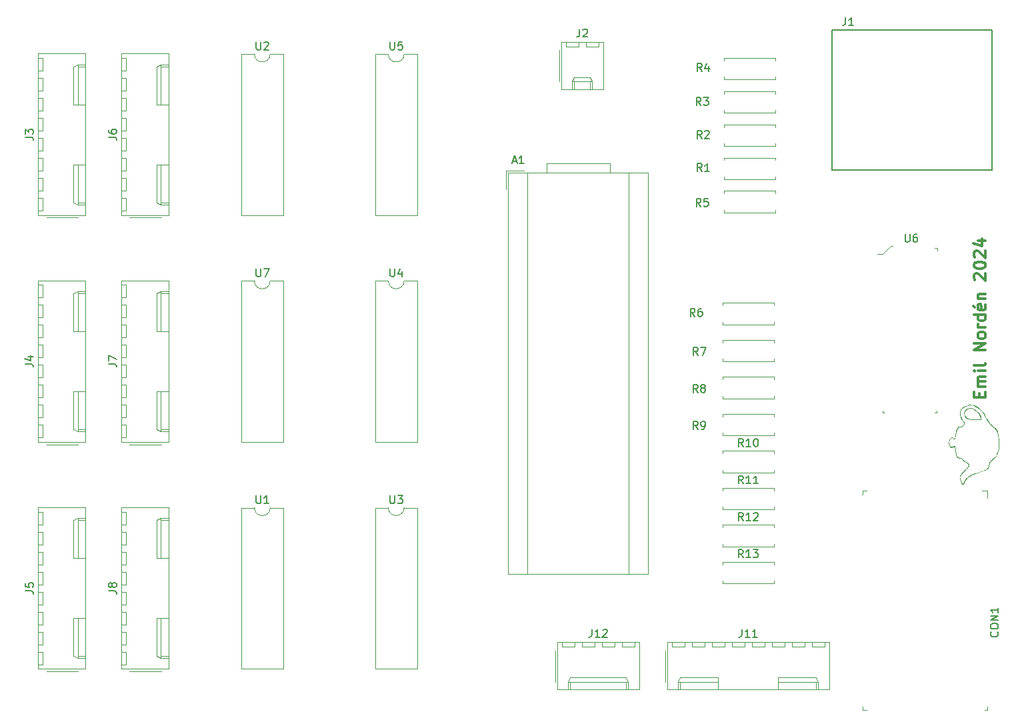
<source format=gbr>
%TF.GenerationSoftware,KiCad,Pcbnew,7.0.9*%
%TF.CreationDate,2024-01-02T20:59:46+01:00*%
%TF.ProjectId,daisy-drums,64616973-792d-4647-9275-6d732e6b6963,v01*%
%TF.SameCoordinates,Original*%
%TF.FileFunction,Legend,Top*%
%TF.FilePolarity,Positive*%
%FSLAX46Y46*%
G04 Gerber Fmt 4.6, Leading zero omitted, Abs format (unit mm)*
G04 Created by KiCad (PCBNEW 7.0.9) date 2024-01-02 20:59:46*
%MOMM*%
%LPD*%
G01*
G04 APERTURE LIST*
%ADD10C,0.300000*%
%ADD11C,0.150000*%
%ADD12C,0.127000*%
%ADD13C,0.120000*%
%ADD14C,0.100000*%
%ADD15C,0.203200*%
G04 APERTURE END LIST*
D10*
X250348114Y-87329489D02*
X250348114Y-86829489D01*
X251133828Y-86615203D02*
X251133828Y-87329489D01*
X251133828Y-87329489D02*
X249633828Y-87329489D01*
X249633828Y-87329489D02*
X249633828Y-86615203D01*
X251133828Y-85972346D02*
X250133828Y-85972346D01*
X250276685Y-85972346D02*
X250205257Y-85900917D01*
X250205257Y-85900917D02*
X250133828Y-85758060D01*
X250133828Y-85758060D02*
X250133828Y-85543774D01*
X250133828Y-85543774D02*
X250205257Y-85400917D01*
X250205257Y-85400917D02*
X250348114Y-85329489D01*
X250348114Y-85329489D02*
X251133828Y-85329489D01*
X250348114Y-85329489D02*
X250205257Y-85258060D01*
X250205257Y-85258060D02*
X250133828Y-85115203D01*
X250133828Y-85115203D02*
X250133828Y-84900917D01*
X250133828Y-84900917D02*
X250205257Y-84758060D01*
X250205257Y-84758060D02*
X250348114Y-84686631D01*
X250348114Y-84686631D02*
X251133828Y-84686631D01*
X251133828Y-83972346D02*
X250133828Y-83972346D01*
X249633828Y-83972346D02*
X249705257Y-84043774D01*
X249705257Y-84043774D02*
X249776685Y-83972346D01*
X249776685Y-83972346D02*
X249705257Y-83900917D01*
X249705257Y-83900917D02*
X249633828Y-83972346D01*
X249633828Y-83972346D02*
X249776685Y-83972346D01*
X251133828Y-83043774D02*
X251062400Y-83186631D01*
X251062400Y-83186631D02*
X250919542Y-83258060D01*
X250919542Y-83258060D02*
X249633828Y-83258060D01*
X251133828Y-81329489D02*
X249633828Y-81329489D01*
X249633828Y-81329489D02*
X251133828Y-80472346D01*
X251133828Y-80472346D02*
X249633828Y-80472346D01*
X251133828Y-79543774D02*
X251062400Y-79686631D01*
X251062400Y-79686631D02*
X250990971Y-79758060D01*
X250990971Y-79758060D02*
X250848114Y-79829488D01*
X250848114Y-79829488D02*
X250419542Y-79829488D01*
X250419542Y-79829488D02*
X250276685Y-79758060D01*
X250276685Y-79758060D02*
X250205257Y-79686631D01*
X250205257Y-79686631D02*
X250133828Y-79543774D01*
X250133828Y-79543774D02*
X250133828Y-79329488D01*
X250133828Y-79329488D02*
X250205257Y-79186631D01*
X250205257Y-79186631D02*
X250276685Y-79115203D01*
X250276685Y-79115203D02*
X250419542Y-79043774D01*
X250419542Y-79043774D02*
X250848114Y-79043774D01*
X250848114Y-79043774D02*
X250990971Y-79115203D01*
X250990971Y-79115203D02*
X251062400Y-79186631D01*
X251062400Y-79186631D02*
X251133828Y-79329488D01*
X251133828Y-79329488D02*
X251133828Y-79543774D01*
X251133828Y-78400917D02*
X250133828Y-78400917D01*
X250419542Y-78400917D02*
X250276685Y-78329488D01*
X250276685Y-78329488D02*
X250205257Y-78258060D01*
X250205257Y-78258060D02*
X250133828Y-78115202D01*
X250133828Y-78115202D02*
X250133828Y-77972345D01*
X251133828Y-76829489D02*
X249633828Y-76829489D01*
X251062400Y-76829489D02*
X251133828Y-76972346D01*
X251133828Y-76972346D02*
X251133828Y-77258060D01*
X251133828Y-77258060D02*
X251062400Y-77400917D01*
X251062400Y-77400917D02*
X250990971Y-77472346D01*
X250990971Y-77472346D02*
X250848114Y-77543774D01*
X250848114Y-77543774D02*
X250419542Y-77543774D01*
X250419542Y-77543774D02*
X250276685Y-77472346D01*
X250276685Y-77472346D02*
X250205257Y-77400917D01*
X250205257Y-77400917D02*
X250133828Y-77258060D01*
X250133828Y-77258060D02*
X250133828Y-76972346D01*
X250133828Y-76972346D02*
X250205257Y-76829489D01*
X251062400Y-75543774D02*
X251133828Y-75686631D01*
X251133828Y-75686631D02*
X251133828Y-75972346D01*
X251133828Y-75972346D02*
X251062400Y-76115203D01*
X251062400Y-76115203D02*
X250919542Y-76186631D01*
X250919542Y-76186631D02*
X250348114Y-76186631D01*
X250348114Y-76186631D02*
X250205257Y-76115203D01*
X250205257Y-76115203D02*
X250133828Y-75972346D01*
X250133828Y-75972346D02*
X250133828Y-75686631D01*
X250133828Y-75686631D02*
X250205257Y-75543774D01*
X250205257Y-75543774D02*
X250348114Y-75472346D01*
X250348114Y-75472346D02*
X250490971Y-75472346D01*
X250490971Y-75472346D02*
X250633828Y-76186631D01*
X249562400Y-75686631D02*
X249776685Y-75900917D01*
X250133828Y-74829489D02*
X251133828Y-74829489D01*
X250276685Y-74829489D02*
X250205257Y-74758060D01*
X250205257Y-74758060D02*
X250133828Y-74615203D01*
X250133828Y-74615203D02*
X250133828Y-74400917D01*
X250133828Y-74400917D02*
X250205257Y-74258060D01*
X250205257Y-74258060D02*
X250348114Y-74186632D01*
X250348114Y-74186632D02*
X251133828Y-74186632D01*
X249776685Y-72400917D02*
X249705257Y-72329489D01*
X249705257Y-72329489D02*
X249633828Y-72186632D01*
X249633828Y-72186632D02*
X249633828Y-71829489D01*
X249633828Y-71829489D02*
X249705257Y-71686632D01*
X249705257Y-71686632D02*
X249776685Y-71615203D01*
X249776685Y-71615203D02*
X249919542Y-71543774D01*
X249919542Y-71543774D02*
X250062400Y-71543774D01*
X250062400Y-71543774D02*
X250276685Y-71615203D01*
X250276685Y-71615203D02*
X251133828Y-72472346D01*
X251133828Y-72472346D02*
X251133828Y-71543774D01*
X249633828Y-70615203D02*
X249633828Y-70472346D01*
X249633828Y-70472346D02*
X249705257Y-70329489D01*
X249705257Y-70329489D02*
X249776685Y-70258061D01*
X249776685Y-70258061D02*
X249919542Y-70186632D01*
X249919542Y-70186632D02*
X250205257Y-70115203D01*
X250205257Y-70115203D02*
X250562400Y-70115203D01*
X250562400Y-70115203D02*
X250848114Y-70186632D01*
X250848114Y-70186632D02*
X250990971Y-70258061D01*
X250990971Y-70258061D02*
X251062400Y-70329489D01*
X251062400Y-70329489D02*
X251133828Y-70472346D01*
X251133828Y-70472346D02*
X251133828Y-70615203D01*
X251133828Y-70615203D02*
X251062400Y-70758061D01*
X251062400Y-70758061D02*
X250990971Y-70829489D01*
X250990971Y-70829489D02*
X250848114Y-70900918D01*
X250848114Y-70900918D02*
X250562400Y-70972346D01*
X250562400Y-70972346D02*
X250205257Y-70972346D01*
X250205257Y-70972346D02*
X249919542Y-70900918D01*
X249919542Y-70900918D02*
X249776685Y-70829489D01*
X249776685Y-70829489D02*
X249705257Y-70758061D01*
X249705257Y-70758061D02*
X249633828Y-70615203D01*
X249776685Y-69543775D02*
X249705257Y-69472347D01*
X249705257Y-69472347D02*
X249633828Y-69329490D01*
X249633828Y-69329490D02*
X249633828Y-68972347D01*
X249633828Y-68972347D02*
X249705257Y-68829490D01*
X249705257Y-68829490D02*
X249776685Y-68758061D01*
X249776685Y-68758061D02*
X249919542Y-68686632D01*
X249919542Y-68686632D02*
X250062400Y-68686632D01*
X250062400Y-68686632D02*
X250276685Y-68758061D01*
X250276685Y-68758061D02*
X251133828Y-69615204D01*
X251133828Y-69615204D02*
X251133828Y-68686632D01*
X250133828Y-67400919D02*
X251133828Y-67400919D01*
X249562400Y-67758061D02*
X250633828Y-68115204D01*
X250633828Y-68115204D02*
X250633828Y-67186633D01*
D11*
X215098333Y-58620819D02*
X214765000Y-58144628D01*
X214526905Y-58620819D02*
X214526905Y-57620819D01*
X214526905Y-57620819D02*
X214907857Y-57620819D01*
X214907857Y-57620819D02*
X215003095Y-57668438D01*
X215003095Y-57668438D02*
X215050714Y-57716057D01*
X215050714Y-57716057D02*
X215098333Y-57811295D01*
X215098333Y-57811295D02*
X215098333Y-57954152D01*
X215098333Y-57954152D02*
X215050714Y-58049390D01*
X215050714Y-58049390D02*
X215003095Y-58097009D01*
X215003095Y-58097009D02*
X214907857Y-58144628D01*
X214907857Y-58144628D02*
X214526905Y-58144628D01*
X216050714Y-58620819D02*
X215479286Y-58620819D01*
X215765000Y-58620819D02*
X215765000Y-57620819D01*
X215765000Y-57620819D02*
X215669762Y-57763676D01*
X215669762Y-57763676D02*
X215574524Y-57858914D01*
X215574524Y-57858914D02*
X215479286Y-57906533D01*
X220337142Y-98270509D02*
X220003809Y-97794318D01*
X219765714Y-98270509D02*
X219765714Y-97270509D01*
X219765714Y-97270509D02*
X220146666Y-97270509D01*
X220146666Y-97270509D02*
X220241904Y-97318128D01*
X220241904Y-97318128D02*
X220289523Y-97365747D01*
X220289523Y-97365747D02*
X220337142Y-97460985D01*
X220337142Y-97460985D02*
X220337142Y-97603842D01*
X220337142Y-97603842D02*
X220289523Y-97699080D01*
X220289523Y-97699080D02*
X220241904Y-97746699D01*
X220241904Y-97746699D02*
X220146666Y-97794318D01*
X220146666Y-97794318D02*
X219765714Y-97794318D01*
X221289523Y-98270509D02*
X220718095Y-98270509D01*
X221003809Y-98270509D02*
X221003809Y-97270509D01*
X221003809Y-97270509D02*
X220908571Y-97413366D01*
X220908571Y-97413366D02*
X220813333Y-97508604D01*
X220813333Y-97508604D02*
X220718095Y-97556223D01*
X222241904Y-98270509D02*
X221670476Y-98270509D01*
X221956190Y-98270509D02*
X221956190Y-97270509D01*
X221956190Y-97270509D02*
X221860952Y-97413366D01*
X221860952Y-97413366D02*
X221765714Y-97508604D01*
X221765714Y-97508604D02*
X221670476Y-97556223D01*
X214590333Y-81988819D02*
X214257000Y-81512628D01*
X214018905Y-81988819D02*
X214018905Y-80988819D01*
X214018905Y-80988819D02*
X214399857Y-80988819D01*
X214399857Y-80988819D02*
X214495095Y-81036438D01*
X214495095Y-81036438D02*
X214542714Y-81084057D01*
X214542714Y-81084057D02*
X214590333Y-81179295D01*
X214590333Y-81179295D02*
X214590333Y-81322152D01*
X214590333Y-81322152D02*
X214542714Y-81417390D01*
X214542714Y-81417390D02*
X214495095Y-81465009D01*
X214495095Y-81465009D02*
X214399857Y-81512628D01*
X214399857Y-81512628D02*
X214018905Y-81512628D01*
X214923667Y-80988819D02*
X215590333Y-80988819D01*
X215590333Y-80988819D02*
X215161762Y-81988819D01*
X240922095Y-66594819D02*
X240922095Y-67404342D01*
X240922095Y-67404342D02*
X240969714Y-67499580D01*
X240969714Y-67499580D02*
X241017333Y-67547200D01*
X241017333Y-67547200D02*
X241112571Y-67594819D01*
X241112571Y-67594819D02*
X241303047Y-67594819D01*
X241303047Y-67594819D02*
X241398285Y-67547200D01*
X241398285Y-67547200D02*
X241445904Y-67499580D01*
X241445904Y-67499580D02*
X241493523Y-67404342D01*
X241493523Y-67404342D02*
X241493523Y-66594819D01*
X242398285Y-66594819D02*
X242207809Y-66594819D01*
X242207809Y-66594819D02*
X242112571Y-66642438D01*
X242112571Y-66642438D02*
X242064952Y-66690057D01*
X242064952Y-66690057D02*
X241969714Y-66832914D01*
X241969714Y-66832914D02*
X241922095Y-67023390D01*
X241922095Y-67023390D02*
X241922095Y-67404342D01*
X241922095Y-67404342D02*
X241969714Y-67499580D01*
X241969714Y-67499580D02*
X242017333Y-67547200D01*
X242017333Y-67547200D02*
X242112571Y-67594819D01*
X242112571Y-67594819D02*
X242303047Y-67594819D01*
X242303047Y-67594819D02*
X242398285Y-67547200D01*
X242398285Y-67547200D02*
X242445904Y-67499580D01*
X242445904Y-67499580D02*
X242493523Y-67404342D01*
X242493523Y-67404342D02*
X242493523Y-67166247D01*
X242493523Y-67166247D02*
X242445904Y-67071009D01*
X242445904Y-67071009D02*
X242398285Y-67023390D01*
X242398285Y-67023390D02*
X242303047Y-66975771D01*
X242303047Y-66975771D02*
X242112571Y-66975771D01*
X242112571Y-66975771D02*
X242017333Y-67023390D01*
X242017333Y-67023390D02*
X241969714Y-67071009D01*
X241969714Y-67071009D02*
X241922095Y-67166247D01*
X191055714Y-57319104D02*
X191531904Y-57319104D01*
X190960476Y-57604819D02*
X191293809Y-56604819D01*
X191293809Y-56604819D02*
X191627142Y-57604819D01*
X192484285Y-57604819D02*
X191912857Y-57604819D01*
X192198571Y-57604819D02*
X192198571Y-56604819D01*
X192198571Y-56604819D02*
X192103333Y-56747676D01*
X192103333Y-56747676D02*
X192008095Y-56842914D01*
X192008095Y-56842914D02*
X191912857Y-56890533D01*
X175514095Y-42184419D02*
X175514095Y-42993942D01*
X175514095Y-42993942D02*
X175561714Y-43089180D01*
X175561714Y-43089180D02*
X175609333Y-43136800D01*
X175609333Y-43136800D02*
X175704571Y-43184419D01*
X175704571Y-43184419D02*
X175895047Y-43184419D01*
X175895047Y-43184419D02*
X175990285Y-43136800D01*
X175990285Y-43136800D02*
X176037904Y-43089180D01*
X176037904Y-43089180D02*
X176085523Y-42993942D01*
X176085523Y-42993942D02*
X176085523Y-42184419D01*
X177037904Y-42184419D02*
X176561714Y-42184419D01*
X176561714Y-42184419D02*
X176514095Y-42660609D01*
X176514095Y-42660609D02*
X176561714Y-42612990D01*
X176561714Y-42612990D02*
X176656952Y-42565371D01*
X176656952Y-42565371D02*
X176895047Y-42565371D01*
X176895047Y-42565371D02*
X176990285Y-42612990D01*
X176990285Y-42612990D02*
X177037904Y-42660609D01*
X177037904Y-42660609D02*
X177085523Y-42755847D01*
X177085523Y-42755847D02*
X177085523Y-42993942D01*
X177085523Y-42993942D02*
X177037904Y-43089180D01*
X177037904Y-43089180D02*
X176990285Y-43136800D01*
X176990285Y-43136800D02*
X176895047Y-43184419D01*
X176895047Y-43184419D02*
X176656952Y-43184419D01*
X176656952Y-43184419D02*
X176561714Y-43136800D01*
X176561714Y-43136800D02*
X176514095Y-43089180D01*
X199564666Y-40546819D02*
X199564666Y-41261104D01*
X199564666Y-41261104D02*
X199517047Y-41403961D01*
X199517047Y-41403961D02*
X199421809Y-41499200D01*
X199421809Y-41499200D02*
X199278952Y-41546819D01*
X199278952Y-41546819D02*
X199183714Y-41546819D01*
X199993238Y-40642057D02*
X200040857Y-40594438D01*
X200040857Y-40594438D02*
X200136095Y-40546819D01*
X200136095Y-40546819D02*
X200374190Y-40546819D01*
X200374190Y-40546819D02*
X200469428Y-40594438D01*
X200469428Y-40594438D02*
X200517047Y-40642057D01*
X200517047Y-40642057D02*
X200564666Y-40737295D01*
X200564666Y-40737295D02*
X200564666Y-40832533D01*
X200564666Y-40832533D02*
X200517047Y-40975390D01*
X200517047Y-40975390D02*
X199945619Y-41546819D01*
X199945619Y-41546819D02*
X200564666Y-41546819D01*
X220337142Y-93574971D02*
X220003809Y-93098780D01*
X219765714Y-93574971D02*
X219765714Y-92574971D01*
X219765714Y-92574971D02*
X220146666Y-92574971D01*
X220146666Y-92574971D02*
X220241904Y-92622590D01*
X220241904Y-92622590D02*
X220289523Y-92670209D01*
X220289523Y-92670209D02*
X220337142Y-92765447D01*
X220337142Y-92765447D02*
X220337142Y-92908304D01*
X220337142Y-92908304D02*
X220289523Y-93003542D01*
X220289523Y-93003542D02*
X220241904Y-93051161D01*
X220241904Y-93051161D02*
X220146666Y-93098780D01*
X220146666Y-93098780D02*
X219765714Y-93098780D01*
X221289523Y-93574971D02*
X220718095Y-93574971D01*
X221003809Y-93574971D02*
X221003809Y-92574971D01*
X221003809Y-92574971D02*
X220908571Y-92717828D01*
X220908571Y-92717828D02*
X220813333Y-92813066D01*
X220813333Y-92813066D02*
X220718095Y-92860685D01*
X221908571Y-92574971D02*
X222003809Y-92574971D01*
X222003809Y-92574971D02*
X222099047Y-92622590D01*
X222099047Y-92622590D02*
X222146666Y-92670209D01*
X222146666Y-92670209D02*
X222194285Y-92765447D01*
X222194285Y-92765447D02*
X222241904Y-92955923D01*
X222241904Y-92955923D02*
X222241904Y-93194018D01*
X222241904Y-93194018D02*
X222194285Y-93384494D01*
X222194285Y-93384494D02*
X222146666Y-93479732D01*
X222146666Y-93479732D02*
X222099047Y-93527352D01*
X222099047Y-93527352D02*
X222003809Y-93574971D01*
X222003809Y-93574971D02*
X221908571Y-93574971D01*
X221908571Y-93574971D02*
X221813333Y-93527352D01*
X221813333Y-93527352D02*
X221765714Y-93479732D01*
X221765714Y-93479732D02*
X221718095Y-93384494D01*
X221718095Y-93384494D02*
X221670476Y-93194018D01*
X221670476Y-93194018D02*
X221670476Y-92955923D01*
X221670476Y-92955923D02*
X221718095Y-92765447D01*
X221718095Y-92765447D02*
X221765714Y-92670209D01*
X221765714Y-92670209D02*
X221813333Y-92622590D01*
X221813333Y-92622590D02*
X221908571Y-92574971D01*
X201120476Y-116786819D02*
X201120476Y-117501104D01*
X201120476Y-117501104D02*
X201072857Y-117643961D01*
X201072857Y-117643961D02*
X200977619Y-117739200D01*
X200977619Y-117739200D02*
X200834762Y-117786819D01*
X200834762Y-117786819D02*
X200739524Y-117786819D01*
X202120476Y-117786819D02*
X201549048Y-117786819D01*
X201834762Y-117786819D02*
X201834762Y-116786819D01*
X201834762Y-116786819D02*
X201739524Y-116929676D01*
X201739524Y-116929676D02*
X201644286Y-117024914D01*
X201644286Y-117024914D02*
X201549048Y-117072533D01*
X202501429Y-116882057D02*
X202549048Y-116834438D01*
X202549048Y-116834438D02*
X202644286Y-116786819D01*
X202644286Y-116786819D02*
X202882381Y-116786819D01*
X202882381Y-116786819D02*
X202977619Y-116834438D01*
X202977619Y-116834438D02*
X203025238Y-116882057D01*
X203025238Y-116882057D02*
X203072857Y-116977295D01*
X203072857Y-116977295D02*
X203072857Y-117072533D01*
X203072857Y-117072533D02*
X203025238Y-117215390D01*
X203025238Y-117215390D02*
X202453810Y-117786819D01*
X202453810Y-117786819D02*
X203072857Y-117786819D01*
X214971333Y-50238819D02*
X214638000Y-49762628D01*
X214399905Y-50238819D02*
X214399905Y-49238819D01*
X214399905Y-49238819D02*
X214780857Y-49238819D01*
X214780857Y-49238819D02*
X214876095Y-49286438D01*
X214876095Y-49286438D02*
X214923714Y-49334057D01*
X214923714Y-49334057D02*
X214971333Y-49429295D01*
X214971333Y-49429295D02*
X214971333Y-49572152D01*
X214971333Y-49572152D02*
X214923714Y-49667390D01*
X214923714Y-49667390D02*
X214876095Y-49715009D01*
X214876095Y-49715009D02*
X214780857Y-49762628D01*
X214780857Y-49762628D02*
X214399905Y-49762628D01*
X215304667Y-49238819D02*
X215923714Y-49238819D01*
X215923714Y-49238819D02*
X215590381Y-49619771D01*
X215590381Y-49619771D02*
X215733238Y-49619771D01*
X215733238Y-49619771D02*
X215828476Y-49667390D01*
X215828476Y-49667390D02*
X215876095Y-49715009D01*
X215876095Y-49715009D02*
X215923714Y-49810247D01*
X215923714Y-49810247D02*
X215923714Y-50048342D01*
X215923714Y-50048342D02*
X215876095Y-50143580D01*
X215876095Y-50143580D02*
X215828476Y-50191200D01*
X215828476Y-50191200D02*
X215733238Y-50238819D01*
X215733238Y-50238819D02*
X215447524Y-50238819D01*
X215447524Y-50238819D02*
X215352286Y-50191200D01*
X215352286Y-50191200D02*
X215304667Y-50143580D01*
X220170476Y-116786819D02*
X220170476Y-117501104D01*
X220170476Y-117501104D02*
X220122857Y-117643961D01*
X220122857Y-117643961D02*
X220027619Y-117739200D01*
X220027619Y-117739200D02*
X219884762Y-117786819D01*
X219884762Y-117786819D02*
X219789524Y-117786819D01*
X221170476Y-117786819D02*
X220599048Y-117786819D01*
X220884762Y-117786819D02*
X220884762Y-116786819D01*
X220884762Y-116786819D02*
X220789524Y-116929676D01*
X220789524Y-116929676D02*
X220694286Y-117024914D01*
X220694286Y-117024914D02*
X220599048Y-117072533D01*
X222122857Y-117786819D02*
X221551429Y-117786819D01*
X221837143Y-117786819D02*
X221837143Y-116786819D01*
X221837143Y-116786819D02*
X221741905Y-116929676D01*
X221741905Y-116929676D02*
X221646667Y-117024914D01*
X221646667Y-117024914D02*
X221551429Y-117072533D01*
X252646580Y-117110285D02*
X252694200Y-117157904D01*
X252694200Y-117157904D02*
X252741819Y-117300761D01*
X252741819Y-117300761D02*
X252741819Y-117395999D01*
X252741819Y-117395999D02*
X252694200Y-117538856D01*
X252694200Y-117538856D02*
X252598961Y-117634094D01*
X252598961Y-117634094D02*
X252503723Y-117681713D01*
X252503723Y-117681713D02*
X252313247Y-117729332D01*
X252313247Y-117729332D02*
X252170390Y-117729332D01*
X252170390Y-117729332D02*
X251979914Y-117681713D01*
X251979914Y-117681713D02*
X251884676Y-117634094D01*
X251884676Y-117634094D02*
X251789438Y-117538856D01*
X251789438Y-117538856D02*
X251741819Y-117395999D01*
X251741819Y-117395999D02*
X251741819Y-117300761D01*
X251741819Y-117300761D02*
X251789438Y-117157904D01*
X251789438Y-117157904D02*
X251837057Y-117110285D01*
X251741819Y-116491237D02*
X251741819Y-116300761D01*
X251741819Y-116300761D02*
X251789438Y-116205523D01*
X251789438Y-116205523D02*
X251884676Y-116110285D01*
X251884676Y-116110285D02*
X252075152Y-116062666D01*
X252075152Y-116062666D02*
X252408485Y-116062666D01*
X252408485Y-116062666D02*
X252598961Y-116110285D01*
X252598961Y-116110285D02*
X252694200Y-116205523D01*
X252694200Y-116205523D02*
X252741819Y-116300761D01*
X252741819Y-116300761D02*
X252741819Y-116491237D01*
X252741819Y-116491237D02*
X252694200Y-116586475D01*
X252694200Y-116586475D02*
X252598961Y-116681713D01*
X252598961Y-116681713D02*
X252408485Y-116729332D01*
X252408485Y-116729332D02*
X252075152Y-116729332D01*
X252075152Y-116729332D02*
X251884676Y-116681713D01*
X251884676Y-116681713D02*
X251789438Y-116586475D01*
X251789438Y-116586475D02*
X251741819Y-116491237D01*
X252741819Y-115634094D02*
X251741819Y-115634094D01*
X251741819Y-115634094D02*
X252741819Y-115062666D01*
X252741819Y-115062666D02*
X251741819Y-115062666D01*
X252741819Y-114062666D02*
X252741819Y-114634094D01*
X252741819Y-114348380D02*
X251741819Y-114348380D01*
X251741819Y-114348380D02*
X251884676Y-114443618D01*
X251884676Y-114443618D02*
X251979914Y-114538856D01*
X251979914Y-114538856D02*
X252027533Y-114634094D01*
X139749219Y-83071533D02*
X140463504Y-83071533D01*
X140463504Y-83071533D02*
X140606361Y-83119152D01*
X140606361Y-83119152D02*
X140701600Y-83214390D01*
X140701600Y-83214390D02*
X140749219Y-83357247D01*
X140749219Y-83357247D02*
X140749219Y-83452485D01*
X139749219Y-82690580D02*
X139749219Y-82023914D01*
X139749219Y-82023914D02*
X140749219Y-82452485D01*
X158506095Y-42184419D02*
X158506095Y-42993942D01*
X158506095Y-42993942D02*
X158553714Y-43089180D01*
X158553714Y-43089180D02*
X158601333Y-43136800D01*
X158601333Y-43136800D02*
X158696571Y-43184419D01*
X158696571Y-43184419D02*
X158887047Y-43184419D01*
X158887047Y-43184419D02*
X158982285Y-43136800D01*
X158982285Y-43136800D02*
X159029904Y-43089180D01*
X159029904Y-43089180D02*
X159077523Y-42993942D01*
X159077523Y-42993942D02*
X159077523Y-42184419D01*
X159506095Y-42279657D02*
X159553714Y-42232038D01*
X159553714Y-42232038D02*
X159648952Y-42184419D01*
X159648952Y-42184419D02*
X159887047Y-42184419D01*
X159887047Y-42184419D02*
X159982285Y-42232038D01*
X159982285Y-42232038D02*
X160029904Y-42279657D01*
X160029904Y-42279657D02*
X160077523Y-42374895D01*
X160077523Y-42374895D02*
X160077523Y-42470133D01*
X160077523Y-42470133D02*
X160029904Y-42612990D01*
X160029904Y-42612990D02*
X159458476Y-43184419D01*
X159458476Y-43184419D02*
X160077523Y-43184419D01*
X215098333Y-54429819D02*
X214765000Y-53953628D01*
X214526905Y-54429819D02*
X214526905Y-53429819D01*
X214526905Y-53429819D02*
X214907857Y-53429819D01*
X214907857Y-53429819D02*
X215003095Y-53477438D01*
X215003095Y-53477438D02*
X215050714Y-53525057D01*
X215050714Y-53525057D02*
X215098333Y-53620295D01*
X215098333Y-53620295D02*
X215098333Y-53763152D01*
X215098333Y-53763152D02*
X215050714Y-53858390D01*
X215050714Y-53858390D02*
X215003095Y-53906009D01*
X215003095Y-53906009D02*
X214907857Y-53953628D01*
X214907857Y-53953628D02*
X214526905Y-53953628D01*
X215479286Y-53525057D02*
X215526905Y-53477438D01*
X215526905Y-53477438D02*
X215622143Y-53429819D01*
X215622143Y-53429819D02*
X215860238Y-53429819D01*
X215860238Y-53429819D02*
X215955476Y-53477438D01*
X215955476Y-53477438D02*
X216003095Y-53525057D01*
X216003095Y-53525057D02*
X216050714Y-53620295D01*
X216050714Y-53620295D02*
X216050714Y-53715533D01*
X216050714Y-53715533D02*
X216003095Y-53858390D01*
X216003095Y-53858390D02*
X215431667Y-54429819D01*
X215431667Y-54429819D02*
X216050714Y-54429819D01*
X214209333Y-77035819D02*
X213876000Y-76559628D01*
X213637905Y-77035819D02*
X213637905Y-76035819D01*
X213637905Y-76035819D02*
X214018857Y-76035819D01*
X214018857Y-76035819D02*
X214114095Y-76083438D01*
X214114095Y-76083438D02*
X214161714Y-76131057D01*
X214161714Y-76131057D02*
X214209333Y-76226295D01*
X214209333Y-76226295D02*
X214209333Y-76369152D01*
X214209333Y-76369152D02*
X214161714Y-76464390D01*
X214161714Y-76464390D02*
X214114095Y-76512009D01*
X214114095Y-76512009D02*
X214018857Y-76559628D01*
X214018857Y-76559628D02*
X213637905Y-76559628D01*
X215066476Y-76035819D02*
X214876000Y-76035819D01*
X214876000Y-76035819D02*
X214780762Y-76083438D01*
X214780762Y-76083438D02*
X214733143Y-76131057D01*
X214733143Y-76131057D02*
X214637905Y-76273914D01*
X214637905Y-76273914D02*
X214590286Y-76464390D01*
X214590286Y-76464390D02*
X214590286Y-76845342D01*
X214590286Y-76845342D02*
X214637905Y-76940580D01*
X214637905Y-76940580D02*
X214685524Y-76988200D01*
X214685524Y-76988200D02*
X214780762Y-77035819D01*
X214780762Y-77035819D02*
X214971238Y-77035819D01*
X214971238Y-77035819D02*
X215066476Y-76988200D01*
X215066476Y-76988200D02*
X215114095Y-76940580D01*
X215114095Y-76940580D02*
X215161714Y-76845342D01*
X215161714Y-76845342D02*
X215161714Y-76607247D01*
X215161714Y-76607247D02*
X215114095Y-76512009D01*
X215114095Y-76512009D02*
X215066476Y-76464390D01*
X215066476Y-76464390D02*
X214971238Y-76416771D01*
X214971238Y-76416771D02*
X214780762Y-76416771D01*
X214780762Y-76416771D02*
X214685524Y-76464390D01*
X214685524Y-76464390D02*
X214637905Y-76512009D01*
X214637905Y-76512009D02*
X214590286Y-76607247D01*
X214971333Y-63065819D02*
X214638000Y-62589628D01*
X214399905Y-63065819D02*
X214399905Y-62065819D01*
X214399905Y-62065819D02*
X214780857Y-62065819D01*
X214780857Y-62065819D02*
X214876095Y-62113438D01*
X214876095Y-62113438D02*
X214923714Y-62161057D01*
X214923714Y-62161057D02*
X214971333Y-62256295D01*
X214971333Y-62256295D02*
X214971333Y-62399152D01*
X214971333Y-62399152D02*
X214923714Y-62494390D01*
X214923714Y-62494390D02*
X214876095Y-62542009D01*
X214876095Y-62542009D02*
X214780857Y-62589628D01*
X214780857Y-62589628D02*
X214399905Y-62589628D01*
X215876095Y-62065819D02*
X215399905Y-62065819D01*
X215399905Y-62065819D02*
X215352286Y-62542009D01*
X215352286Y-62542009D02*
X215399905Y-62494390D01*
X215399905Y-62494390D02*
X215495143Y-62446771D01*
X215495143Y-62446771D02*
X215733238Y-62446771D01*
X215733238Y-62446771D02*
X215828476Y-62494390D01*
X215828476Y-62494390D02*
X215876095Y-62542009D01*
X215876095Y-62542009D02*
X215923714Y-62637247D01*
X215923714Y-62637247D02*
X215923714Y-62875342D01*
X215923714Y-62875342D02*
X215876095Y-62970580D01*
X215876095Y-62970580D02*
X215828476Y-63018200D01*
X215828476Y-63018200D02*
X215733238Y-63065819D01*
X215733238Y-63065819D02*
X215495143Y-63065819D01*
X215495143Y-63065819D02*
X215399905Y-63018200D01*
X215399905Y-63018200D02*
X215352286Y-62970580D01*
D12*
X233346666Y-39080015D02*
X233346666Y-39794300D01*
X233346666Y-39794300D02*
X233299047Y-39937157D01*
X233299047Y-39937157D02*
X233203809Y-40032396D01*
X233203809Y-40032396D02*
X233060952Y-40080015D01*
X233060952Y-40080015D02*
X232965714Y-40080015D01*
X234346666Y-40080015D02*
X233775238Y-40080015D01*
X234060952Y-40080015D02*
X234060952Y-39080015D01*
X234060952Y-39080015D02*
X233965714Y-39222872D01*
X233965714Y-39222872D02*
X233870476Y-39318110D01*
X233870476Y-39318110D02*
X233775238Y-39365729D01*
D11*
X214590333Y-86687819D02*
X214257000Y-86211628D01*
X214018905Y-86687819D02*
X214018905Y-85687819D01*
X214018905Y-85687819D02*
X214399857Y-85687819D01*
X214399857Y-85687819D02*
X214495095Y-85735438D01*
X214495095Y-85735438D02*
X214542714Y-85783057D01*
X214542714Y-85783057D02*
X214590333Y-85878295D01*
X214590333Y-85878295D02*
X214590333Y-86021152D01*
X214590333Y-86021152D02*
X214542714Y-86116390D01*
X214542714Y-86116390D02*
X214495095Y-86164009D01*
X214495095Y-86164009D02*
X214399857Y-86211628D01*
X214399857Y-86211628D02*
X214018905Y-86211628D01*
X215161762Y-86116390D02*
X215066524Y-86068771D01*
X215066524Y-86068771D02*
X215018905Y-86021152D01*
X215018905Y-86021152D02*
X214971286Y-85925914D01*
X214971286Y-85925914D02*
X214971286Y-85878295D01*
X214971286Y-85878295D02*
X215018905Y-85783057D01*
X215018905Y-85783057D02*
X215066524Y-85735438D01*
X215066524Y-85735438D02*
X215161762Y-85687819D01*
X215161762Y-85687819D02*
X215352238Y-85687819D01*
X215352238Y-85687819D02*
X215447476Y-85735438D01*
X215447476Y-85735438D02*
X215495095Y-85783057D01*
X215495095Y-85783057D02*
X215542714Y-85878295D01*
X215542714Y-85878295D02*
X215542714Y-85925914D01*
X215542714Y-85925914D02*
X215495095Y-86021152D01*
X215495095Y-86021152D02*
X215447476Y-86068771D01*
X215447476Y-86068771D02*
X215352238Y-86116390D01*
X215352238Y-86116390D02*
X215161762Y-86116390D01*
X215161762Y-86116390D02*
X215066524Y-86164009D01*
X215066524Y-86164009D02*
X215018905Y-86211628D01*
X215018905Y-86211628D02*
X214971286Y-86306866D01*
X214971286Y-86306866D02*
X214971286Y-86497342D01*
X214971286Y-86497342D02*
X215018905Y-86592580D01*
X215018905Y-86592580D02*
X215066524Y-86640200D01*
X215066524Y-86640200D02*
X215161762Y-86687819D01*
X215161762Y-86687819D02*
X215352238Y-86687819D01*
X215352238Y-86687819D02*
X215447476Y-86640200D01*
X215447476Y-86640200D02*
X215495095Y-86592580D01*
X215495095Y-86592580D02*
X215542714Y-86497342D01*
X215542714Y-86497342D02*
X215542714Y-86306866D01*
X215542714Y-86306866D02*
X215495095Y-86211628D01*
X215495095Y-86211628D02*
X215447476Y-86164009D01*
X215447476Y-86164009D02*
X215352238Y-86116390D01*
X158506095Y-99791619D02*
X158506095Y-100601142D01*
X158506095Y-100601142D02*
X158553714Y-100696380D01*
X158553714Y-100696380D02*
X158601333Y-100744000D01*
X158601333Y-100744000D02*
X158696571Y-100791619D01*
X158696571Y-100791619D02*
X158887047Y-100791619D01*
X158887047Y-100791619D02*
X158982285Y-100744000D01*
X158982285Y-100744000D02*
X159029904Y-100696380D01*
X159029904Y-100696380D02*
X159077523Y-100601142D01*
X159077523Y-100601142D02*
X159077523Y-99791619D01*
X160077523Y-100791619D02*
X159506095Y-100791619D01*
X159791809Y-100791619D02*
X159791809Y-99791619D01*
X159791809Y-99791619D02*
X159696571Y-99934476D01*
X159696571Y-99934476D02*
X159601333Y-100029714D01*
X159601333Y-100029714D02*
X159506095Y-100077333D01*
X129182819Y-83071533D02*
X129897104Y-83071533D01*
X129897104Y-83071533D02*
X130039961Y-83119152D01*
X130039961Y-83119152D02*
X130135200Y-83214390D01*
X130135200Y-83214390D02*
X130182819Y-83357247D01*
X130182819Y-83357247D02*
X130182819Y-83452485D01*
X129516152Y-82166771D02*
X130182819Y-82166771D01*
X129135200Y-82404866D02*
X129849485Y-82642961D01*
X129849485Y-82642961D02*
X129849485Y-82023914D01*
X158506095Y-70988019D02*
X158506095Y-71797542D01*
X158506095Y-71797542D02*
X158553714Y-71892780D01*
X158553714Y-71892780D02*
X158601333Y-71940400D01*
X158601333Y-71940400D02*
X158696571Y-71988019D01*
X158696571Y-71988019D02*
X158887047Y-71988019D01*
X158887047Y-71988019D02*
X158982285Y-71940400D01*
X158982285Y-71940400D02*
X159029904Y-71892780D01*
X159029904Y-71892780D02*
X159077523Y-71797542D01*
X159077523Y-71797542D02*
X159077523Y-70988019D01*
X159458476Y-70988019D02*
X160125142Y-70988019D01*
X160125142Y-70988019D02*
X159696571Y-71988019D01*
X220337142Y-102966047D02*
X220003809Y-102489856D01*
X219765714Y-102966047D02*
X219765714Y-101966047D01*
X219765714Y-101966047D02*
X220146666Y-101966047D01*
X220146666Y-101966047D02*
X220241904Y-102013666D01*
X220241904Y-102013666D02*
X220289523Y-102061285D01*
X220289523Y-102061285D02*
X220337142Y-102156523D01*
X220337142Y-102156523D02*
X220337142Y-102299380D01*
X220337142Y-102299380D02*
X220289523Y-102394618D01*
X220289523Y-102394618D02*
X220241904Y-102442237D01*
X220241904Y-102442237D02*
X220146666Y-102489856D01*
X220146666Y-102489856D02*
X219765714Y-102489856D01*
X221289523Y-102966047D02*
X220718095Y-102966047D01*
X221003809Y-102966047D02*
X221003809Y-101966047D01*
X221003809Y-101966047D02*
X220908571Y-102108904D01*
X220908571Y-102108904D02*
X220813333Y-102204142D01*
X220813333Y-102204142D02*
X220718095Y-102251761D01*
X221670476Y-102061285D02*
X221718095Y-102013666D01*
X221718095Y-102013666D02*
X221813333Y-101966047D01*
X221813333Y-101966047D02*
X222051428Y-101966047D01*
X222051428Y-101966047D02*
X222146666Y-102013666D01*
X222146666Y-102013666D02*
X222194285Y-102061285D01*
X222194285Y-102061285D02*
X222241904Y-102156523D01*
X222241904Y-102156523D02*
X222241904Y-102251761D01*
X222241904Y-102251761D02*
X222194285Y-102394618D01*
X222194285Y-102394618D02*
X221622857Y-102966047D01*
X221622857Y-102966047D02*
X222241904Y-102966047D01*
X129182819Y-111875133D02*
X129897104Y-111875133D01*
X129897104Y-111875133D02*
X130039961Y-111922752D01*
X130039961Y-111922752D02*
X130135200Y-112017990D01*
X130135200Y-112017990D02*
X130182819Y-112160847D01*
X130182819Y-112160847D02*
X130182819Y-112256085D01*
X129182819Y-110922752D02*
X129182819Y-111398942D01*
X129182819Y-111398942D02*
X129659009Y-111446561D01*
X129659009Y-111446561D02*
X129611390Y-111398942D01*
X129611390Y-111398942D02*
X129563771Y-111303704D01*
X129563771Y-111303704D02*
X129563771Y-111065609D01*
X129563771Y-111065609D02*
X129611390Y-110970371D01*
X129611390Y-110970371D02*
X129659009Y-110922752D01*
X129659009Y-110922752D02*
X129754247Y-110875133D01*
X129754247Y-110875133D02*
X129992342Y-110875133D01*
X129992342Y-110875133D02*
X130087580Y-110922752D01*
X130087580Y-110922752D02*
X130135200Y-110970371D01*
X130135200Y-110970371D02*
X130182819Y-111065609D01*
X130182819Y-111065609D02*
X130182819Y-111303704D01*
X130182819Y-111303704D02*
X130135200Y-111398942D01*
X130135200Y-111398942D02*
X130087580Y-111446561D01*
X139749219Y-111875133D02*
X140463504Y-111875133D01*
X140463504Y-111875133D02*
X140606361Y-111922752D01*
X140606361Y-111922752D02*
X140701600Y-112017990D01*
X140701600Y-112017990D02*
X140749219Y-112160847D01*
X140749219Y-112160847D02*
X140749219Y-112256085D01*
X140177790Y-111256085D02*
X140130171Y-111351323D01*
X140130171Y-111351323D02*
X140082552Y-111398942D01*
X140082552Y-111398942D02*
X139987314Y-111446561D01*
X139987314Y-111446561D02*
X139939695Y-111446561D01*
X139939695Y-111446561D02*
X139844457Y-111398942D01*
X139844457Y-111398942D02*
X139796838Y-111351323D01*
X139796838Y-111351323D02*
X139749219Y-111256085D01*
X139749219Y-111256085D02*
X139749219Y-111065609D01*
X139749219Y-111065609D02*
X139796838Y-110970371D01*
X139796838Y-110970371D02*
X139844457Y-110922752D01*
X139844457Y-110922752D02*
X139939695Y-110875133D01*
X139939695Y-110875133D02*
X139987314Y-110875133D01*
X139987314Y-110875133D02*
X140082552Y-110922752D01*
X140082552Y-110922752D02*
X140130171Y-110970371D01*
X140130171Y-110970371D02*
X140177790Y-111065609D01*
X140177790Y-111065609D02*
X140177790Y-111256085D01*
X140177790Y-111256085D02*
X140225409Y-111351323D01*
X140225409Y-111351323D02*
X140273028Y-111398942D01*
X140273028Y-111398942D02*
X140368266Y-111446561D01*
X140368266Y-111446561D02*
X140558742Y-111446561D01*
X140558742Y-111446561D02*
X140653980Y-111398942D01*
X140653980Y-111398942D02*
X140701600Y-111351323D01*
X140701600Y-111351323D02*
X140749219Y-111256085D01*
X140749219Y-111256085D02*
X140749219Y-111065609D01*
X140749219Y-111065609D02*
X140701600Y-110970371D01*
X140701600Y-110970371D02*
X140653980Y-110922752D01*
X140653980Y-110922752D02*
X140558742Y-110875133D01*
X140558742Y-110875133D02*
X140368266Y-110875133D01*
X140368266Y-110875133D02*
X140273028Y-110922752D01*
X140273028Y-110922752D02*
X140225409Y-110970371D01*
X140225409Y-110970371D02*
X140177790Y-111065609D01*
X139749219Y-54267933D02*
X140463504Y-54267933D01*
X140463504Y-54267933D02*
X140606361Y-54315552D01*
X140606361Y-54315552D02*
X140701600Y-54410790D01*
X140701600Y-54410790D02*
X140749219Y-54553647D01*
X140749219Y-54553647D02*
X140749219Y-54648885D01*
X139749219Y-53363171D02*
X139749219Y-53553647D01*
X139749219Y-53553647D02*
X139796838Y-53648885D01*
X139796838Y-53648885D02*
X139844457Y-53696504D01*
X139844457Y-53696504D02*
X139987314Y-53791742D01*
X139987314Y-53791742D02*
X140177790Y-53839361D01*
X140177790Y-53839361D02*
X140558742Y-53839361D01*
X140558742Y-53839361D02*
X140653980Y-53791742D01*
X140653980Y-53791742D02*
X140701600Y-53744123D01*
X140701600Y-53744123D02*
X140749219Y-53648885D01*
X140749219Y-53648885D02*
X140749219Y-53458409D01*
X140749219Y-53458409D02*
X140701600Y-53363171D01*
X140701600Y-53363171D02*
X140653980Y-53315552D01*
X140653980Y-53315552D02*
X140558742Y-53267933D01*
X140558742Y-53267933D02*
X140320647Y-53267933D01*
X140320647Y-53267933D02*
X140225409Y-53315552D01*
X140225409Y-53315552D02*
X140177790Y-53363171D01*
X140177790Y-53363171D02*
X140130171Y-53458409D01*
X140130171Y-53458409D02*
X140130171Y-53648885D01*
X140130171Y-53648885D02*
X140177790Y-53744123D01*
X140177790Y-53744123D02*
X140225409Y-53791742D01*
X140225409Y-53791742D02*
X140320647Y-53839361D01*
X214590333Y-91386819D02*
X214257000Y-90910628D01*
X214018905Y-91386819D02*
X214018905Y-90386819D01*
X214018905Y-90386819D02*
X214399857Y-90386819D01*
X214399857Y-90386819D02*
X214495095Y-90434438D01*
X214495095Y-90434438D02*
X214542714Y-90482057D01*
X214542714Y-90482057D02*
X214590333Y-90577295D01*
X214590333Y-90577295D02*
X214590333Y-90720152D01*
X214590333Y-90720152D02*
X214542714Y-90815390D01*
X214542714Y-90815390D02*
X214495095Y-90863009D01*
X214495095Y-90863009D02*
X214399857Y-90910628D01*
X214399857Y-90910628D02*
X214018905Y-90910628D01*
X215066524Y-91386819D02*
X215257000Y-91386819D01*
X215257000Y-91386819D02*
X215352238Y-91339200D01*
X215352238Y-91339200D02*
X215399857Y-91291580D01*
X215399857Y-91291580D02*
X215495095Y-91148723D01*
X215495095Y-91148723D02*
X215542714Y-90958247D01*
X215542714Y-90958247D02*
X215542714Y-90577295D01*
X215542714Y-90577295D02*
X215495095Y-90482057D01*
X215495095Y-90482057D02*
X215447476Y-90434438D01*
X215447476Y-90434438D02*
X215352238Y-90386819D01*
X215352238Y-90386819D02*
X215161762Y-90386819D01*
X215161762Y-90386819D02*
X215066524Y-90434438D01*
X215066524Y-90434438D02*
X215018905Y-90482057D01*
X215018905Y-90482057D02*
X214971286Y-90577295D01*
X214971286Y-90577295D02*
X214971286Y-90815390D01*
X214971286Y-90815390D02*
X215018905Y-90910628D01*
X215018905Y-90910628D02*
X215066524Y-90958247D01*
X215066524Y-90958247D02*
X215161762Y-91005866D01*
X215161762Y-91005866D02*
X215352238Y-91005866D01*
X215352238Y-91005866D02*
X215447476Y-90958247D01*
X215447476Y-90958247D02*
X215495095Y-90910628D01*
X215495095Y-90910628D02*
X215542714Y-90815390D01*
X215098333Y-45920819D02*
X214765000Y-45444628D01*
X214526905Y-45920819D02*
X214526905Y-44920819D01*
X214526905Y-44920819D02*
X214907857Y-44920819D01*
X214907857Y-44920819D02*
X215003095Y-44968438D01*
X215003095Y-44968438D02*
X215050714Y-45016057D01*
X215050714Y-45016057D02*
X215098333Y-45111295D01*
X215098333Y-45111295D02*
X215098333Y-45254152D01*
X215098333Y-45254152D02*
X215050714Y-45349390D01*
X215050714Y-45349390D02*
X215003095Y-45397009D01*
X215003095Y-45397009D02*
X214907857Y-45444628D01*
X214907857Y-45444628D02*
X214526905Y-45444628D01*
X215955476Y-45254152D02*
X215955476Y-45920819D01*
X215717381Y-44873200D02*
X215479286Y-45587485D01*
X215479286Y-45587485D02*
X216098333Y-45587485D01*
X220337142Y-107661586D02*
X220003809Y-107185395D01*
X219765714Y-107661586D02*
X219765714Y-106661586D01*
X219765714Y-106661586D02*
X220146666Y-106661586D01*
X220146666Y-106661586D02*
X220241904Y-106709205D01*
X220241904Y-106709205D02*
X220289523Y-106756824D01*
X220289523Y-106756824D02*
X220337142Y-106852062D01*
X220337142Y-106852062D02*
X220337142Y-106994919D01*
X220337142Y-106994919D02*
X220289523Y-107090157D01*
X220289523Y-107090157D02*
X220241904Y-107137776D01*
X220241904Y-107137776D02*
X220146666Y-107185395D01*
X220146666Y-107185395D02*
X219765714Y-107185395D01*
X221289523Y-107661586D02*
X220718095Y-107661586D01*
X221003809Y-107661586D02*
X221003809Y-106661586D01*
X221003809Y-106661586D02*
X220908571Y-106804443D01*
X220908571Y-106804443D02*
X220813333Y-106899681D01*
X220813333Y-106899681D02*
X220718095Y-106947300D01*
X221622857Y-106661586D02*
X222241904Y-106661586D01*
X222241904Y-106661586D02*
X221908571Y-107042538D01*
X221908571Y-107042538D02*
X222051428Y-107042538D01*
X222051428Y-107042538D02*
X222146666Y-107090157D01*
X222146666Y-107090157D02*
X222194285Y-107137776D01*
X222194285Y-107137776D02*
X222241904Y-107233014D01*
X222241904Y-107233014D02*
X222241904Y-107471109D01*
X222241904Y-107471109D02*
X222194285Y-107566347D01*
X222194285Y-107566347D02*
X222146666Y-107613967D01*
X222146666Y-107613967D02*
X222051428Y-107661586D01*
X222051428Y-107661586D02*
X221765714Y-107661586D01*
X221765714Y-107661586D02*
X221670476Y-107613967D01*
X221670476Y-107613967D02*
X221622857Y-107566347D01*
X175514095Y-99791619D02*
X175514095Y-100601142D01*
X175514095Y-100601142D02*
X175561714Y-100696380D01*
X175561714Y-100696380D02*
X175609333Y-100744000D01*
X175609333Y-100744000D02*
X175704571Y-100791619D01*
X175704571Y-100791619D02*
X175895047Y-100791619D01*
X175895047Y-100791619D02*
X175990285Y-100744000D01*
X175990285Y-100744000D02*
X176037904Y-100696380D01*
X176037904Y-100696380D02*
X176085523Y-100601142D01*
X176085523Y-100601142D02*
X176085523Y-99791619D01*
X176466476Y-99791619D02*
X177085523Y-99791619D01*
X177085523Y-99791619D02*
X176752190Y-100172571D01*
X176752190Y-100172571D02*
X176895047Y-100172571D01*
X176895047Y-100172571D02*
X176990285Y-100220190D01*
X176990285Y-100220190D02*
X177037904Y-100267809D01*
X177037904Y-100267809D02*
X177085523Y-100363047D01*
X177085523Y-100363047D02*
X177085523Y-100601142D01*
X177085523Y-100601142D02*
X177037904Y-100696380D01*
X177037904Y-100696380D02*
X176990285Y-100744000D01*
X176990285Y-100744000D02*
X176895047Y-100791619D01*
X176895047Y-100791619D02*
X176609333Y-100791619D01*
X176609333Y-100791619D02*
X176514095Y-100744000D01*
X176514095Y-100744000D02*
X176466476Y-100696380D01*
X129182819Y-54267933D02*
X129897104Y-54267933D01*
X129897104Y-54267933D02*
X130039961Y-54315552D01*
X130039961Y-54315552D02*
X130135200Y-54410790D01*
X130135200Y-54410790D02*
X130182819Y-54553647D01*
X130182819Y-54553647D02*
X130182819Y-54648885D01*
X129182819Y-53886980D02*
X129182819Y-53267933D01*
X129182819Y-53267933D02*
X129563771Y-53601266D01*
X129563771Y-53601266D02*
X129563771Y-53458409D01*
X129563771Y-53458409D02*
X129611390Y-53363171D01*
X129611390Y-53363171D02*
X129659009Y-53315552D01*
X129659009Y-53315552D02*
X129754247Y-53267933D01*
X129754247Y-53267933D02*
X129992342Y-53267933D01*
X129992342Y-53267933D02*
X130087580Y-53315552D01*
X130087580Y-53315552D02*
X130135200Y-53363171D01*
X130135200Y-53363171D02*
X130182819Y-53458409D01*
X130182819Y-53458409D02*
X130182819Y-53744123D01*
X130182819Y-53744123D02*
X130135200Y-53839361D01*
X130135200Y-53839361D02*
X130087580Y-53886980D01*
X175514095Y-70988019D02*
X175514095Y-71797542D01*
X175514095Y-71797542D02*
X175561714Y-71892780D01*
X175561714Y-71892780D02*
X175609333Y-71940400D01*
X175609333Y-71940400D02*
X175704571Y-71988019D01*
X175704571Y-71988019D02*
X175895047Y-71988019D01*
X175895047Y-71988019D02*
X175990285Y-71940400D01*
X175990285Y-71940400D02*
X176037904Y-71892780D01*
X176037904Y-71892780D02*
X176085523Y-71797542D01*
X176085523Y-71797542D02*
X176085523Y-70988019D01*
X176990285Y-71321352D02*
X176990285Y-71988019D01*
X176752190Y-70940400D02*
X176514095Y-71654685D01*
X176514095Y-71654685D02*
X177133142Y-71654685D01*
%TO.C,G\u002A\u002A\u002A*%
G36*
X249361379Y-88702866D02*
G01*
X249458576Y-88716049D01*
X249597074Y-88756442D01*
X249743485Y-88824900D01*
X249892530Y-88917420D01*
X250038930Y-89030001D01*
X250177405Y-89158637D01*
X250302678Y-89299328D01*
X250395651Y-89426639D01*
X250486026Y-89578183D01*
X250551208Y-89723119D01*
X250595346Y-89873310D01*
X250622592Y-90040624D01*
X250627529Y-90089584D01*
X250632801Y-90158217D01*
X250632755Y-90200065D01*
X250626452Y-90222737D01*
X250612956Y-90233847D01*
X250609591Y-90235244D01*
X250581683Y-90237919D01*
X250533983Y-90237118D01*
X250526857Y-90236998D01*
X250452648Y-90232800D01*
X250366591Y-90225646D01*
X250353130Y-90224339D01*
X250193009Y-90213095D01*
X250013466Y-90209533D01*
X249807464Y-90213523D01*
X249795562Y-90213947D01*
X249678897Y-90217950D01*
X249589938Y-90220018D01*
X249521750Y-90219721D01*
X249467395Y-90216630D01*
X249419937Y-90210316D01*
X249372441Y-90200349D01*
X249317969Y-90186301D01*
X249308814Y-90183828D01*
X249224335Y-90161956D01*
X249137955Y-90141245D01*
X249065156Y-90125366D01*
X249049497Y-90122321D01*
X248971610Y-90102416D01*
X248889010Y-90073328D01*
X248850779Y-90056478D01*
X248769868Y-90005910D01*
X248683002Y-89933699D01*
X248599579Y-89849296D01*
X248528997Y-89762148D01*
X248483014Y-89686707D01*
X248434195Y-89556241D01*
X248407565Y-89418356D01*
X248406292Y-89374811D01*
X248476402Y-89374811D01*
X248501020Y-89487860D01*
X248550158Y-89605101D01*
X248621058Y-89719966D01*
X248710963Y-89825887D01*
X248711746Y-89826675D01*
X248831970Y-89930474D01*
X248956912Y-90003053D01*
X249092730Y-90047840D01*
X249118849Y-90053223D01*
X249190487Y-90068173D01*
X249276225Y-90088056D01*
X249352580Y-90107293D01*
X249395433Y-90117671D01*
X249439907Y-90125858D01*
X249490876Y-90132152D01*
X249553214Y-90136849D01*
X249631793Y-90140247D01*
X249731488Y-90142643D01*
X249857173Y-90144334D01*
X249976744Y-90145357D01*
X250106023Y-90146756D01*
X250225429Y-90148916D01*
X250330142Y-90151680D01*
X250415345Y-90154893D01*
X250476222Y-90158399D01*
X250507955Y-90162044D01*
X250509884Y-90162586D01*
X250533983Y-90168258D01*
X250545348Y-90157799D01*
X250548721Y-90123579D01*
X250548894Y-90099812D01*
X250544224Y-90038470D01*
X250532273Y-89964908D01*
X250522706Y-89922870D01*
X250456631Y-89733738D01*
X250358337Y-89546512D01*
X250230221Y-89365149D01*
X250090097Y-89208896D01*
X249933398Y-89067402D01*
X249771841Y-88951131D01*
X249608874Y-88861838D01*
X249447947Y-88801280D01*
X249292506Y-88771212D01*
X249224514Y-88768100D01*
X249133873Y-88775785D01*
X249027488Y-88795849D01*
X248920440Y-88824791D01*
X248827811Y-88859110D01*
X248822858Y-88861347D01*
X248707452Y-88929938D01*
X248609606Y-89019460D01*
X248534488Y-89123732D01*
X248487264Y-89236575D01*
X248479062Y-89272523D01*
X248476402Y-89374811D01*
X248406292Y-89374811D01*
X248403571Y-89281779D01*
X248422659Y-89155233D01*
X248451636Y-89073755D01*
X248502304Y-88994555D01*
X248576343Y-88914919D01*
X248663834Y-88844108D01*
X248753507Y-88791995D01*
X248887044Y-88744695D01*
X249040531Y-88713248D01*
X249202475Y-88698892D01*
X249361379Y-88702866D01*
G37*
G36*
X249528867Y-88296345D02*
G01*
X249713284Y-88343941D01*
X249876177Y-88409817D01*
X250049476Y-88501660D01*
X250226659Y-88615174D01*
X250401208Y-88746063D01*
X250566600Y-88890029D01*
X250619526Y-88941130D01*
X250737965Y-89064070D01*
X250836475Y-89179895D01*
X250922575Y-89298929D01*
X251003785Y-89431496D01*
X251080503Y-89574011D01*
X251124135Y-89657637D01*
X251169386Y-89741450D01*
X251218848Y-89829912D01*
X251275113Y-89927489D01*
X251340772Y-90038642D01*
X251418419Y-90167837D01*
X251510645Y-90319538D01*
X251565691Y-90409560D01*
X251620553Y-90496689D01*
X251667250Y-90562988D01*
X251714086Y-90618146D01*
X251769367Y-90671848D01*
X251841396Y-90733781D01*
X251849236Y-90740299D01*
X251922881Y-90803663D01*
X251997729Y-90871964D01*
X252069227Y-90940595D01*
X252132823Y-91004947D01*
X252183963Y-91060412D01*
X252218096Y-91102381D01*
X252230668Y-91126248D01*
X252230669Y-91126386D01*
X252244990Y-91140585D01*
X252261010Y-91143154D01*
X252296066Y-91151948D01*
X252340153Y-91173226D01*
X252343365Y-91175164D01*
X252437213Y-91251594D01*
X252523964Y-91360320D01*
X252603013Y-91499572D01*
X252673751Y-91667582D01*
X252735570Y-91862583D01*
X252787863Y-92082806D01*
X252830023Y-92326483D01*
X252861442Y-92591846D01*
X252871497Y-92712168D01*
X252879876Y-92862379D01*
X252884864Y-93032113D01*
X252886470Y-93210622D01*
X252884700Y-93387156D01*
X252879564Y-93550966D01*
X252871068Y-93691302D01*
X252870791Y-93694672D01*
X252840338Y-93959867D01*
X252795153Y-94200324D01*
X252735748Y-94414528D01*
X252662633Y-94600965D01*
X252576321Y-94758119D01*
X252477323Y-94884478D01*
X252464763Y-94897351D01*
X252409330Y-94948237D01*
X252355373Y-94990120D01*
X252312568Y-95015678D01*
X252304296Y-95018795D01*
X252275206Y-95036038D01*
X252227163Y-95073911D01*
X252164968Y-95127783D01*
X252093427Y-95193026D01*
X252017343Y-95265012D01*
X251941521Y-95339112D01*
X251870764Y-95410698D01*
X251809876Y-95475140D01*
X251763662Y-95527810D01*
X251736925Y-95564079D01*
X251735297Y-95567026D01*
X251721397Y-95605009D01*
X251705221Y-95666208D01*
X251689582Y-95739537D01*
X251684687Y-95766412D01*
X251643157Y-95959833D01*
X251589529Y-96123659D01*
X251521330Y-96261610D01*
X251436085Y-96377404D01*
X251331320Y-96474761D01*
X251204560Y-96557399D01*
X251134615Y-96593197D01*
X250955111Y-96673728D01*
X250751011Y-96757103D01*
X250531828Y-96839898D01*
X250307069Y-96918690D01*
X250086247Y-96990056D01*
X249878871Y-97050574D01*
X249820703Y-97066102D01*
X249578759Y-97143566D01*
X249344123Y-97246751D01*
X249123427Y-97371976D01*
X248923301Y-97515555D01*
X248778484Y-97645113D01*
X248696154Y-97730510D01*
X248634262Y-97804919D01*
X248586384Y-97878720D01*
X248546095Y-97962294D01*
X248506972Y-98066022D01*
X248493506Y-98105594D01*
X248463992Y-98188353D01*
X248433087Y-98265996D01*
X248405067Y-98328198D01*
X248389201Y-98357434D01*
X248359154Y-98399614D01*
X248330291Y-98419287D01*
X248288040Y-98424836D01*
X248271767Y-98425000D01*
X248262173Y-98423906D01*
X248211010Y-98418073D01*
X248169278Y-98394137D01*
X248161201Y-98385990D01*
X248120434Y-98329330D01*
X248074872Y-98245476D01*
X248027225Y-98141089D01*
X247980201Y-98022829D01*
X247936510Y-97897356D01*
X247898861Y-97771331D01*
X247878765Y-97691633D01*
X247852771Y-97545323D01*
X247848508Y-97423143D01*
X247866110Y-97322096D01*
X247898231Y-97250795D01*
X247937385Y-97193420D01*
X247996582Y-97115301D01*
X248072035Y-97020884D01*
X248159956Y-96914615D01*
X248256558Y-96800941D01*
X248358055Y-96684309D01*
X248460660Y-96569165D01*
X248560586Y-96459956D01*
X248654047Y-96361127D01*
X248669506Y-96345178D01*
X248750486Y-96261252D01*
X248823993Y-96183675D01*
X248886291Y-96116504D01*
X248933642Y-96063796D01*
X248962310Y-96029607D01*
X248968585Y-96020509D01*
X248987276Y-95951573D01*
X248977559Y-95880823D01*
X248953658Y-95836733D01*
X248921238Y-95806320D01*
X248868890Y-95768176D01*
X248807606Y-95730269D01*
X248804021Y-95728252D01*
X248634654Y-95625131D01*
X248476831Y-95512651D01*
X248335616Y-95395132D01*
X248216072Y-95276899D01*
X248123259Y-95162273D01*
X248100173Y-95127289D01*
X248084251Y-95104203D01*
X248066093Y-95089922D01*
X248037645Y-95082335D01*
X247990850Y-95079328D01*
X247917654Y-95078789D01*
X247915228Y-95078789D01*
X247785610Y-95070233D01*
X247680691Y-95042325D01*
X247594404Y-94991707D01*
X247520679Y-94915020D01*
X247464884Y-94829524D01*
X247434401Y-94763576D01*
X247402755Y-94674552D01*
X247373238Y-94573763D01*
X247349140Y-94472522D01*
X247333752Y-94382140D01*
X247333077Y-94376429D01*
X247323837Y-94305855D01*
X247310871Y-94219577D01*
X247296940Y-94135952D01*
X247296571Y-94133874D01*
X247283263Y-94053943D01*
X247268189Y-93955535D01*
X247253750Y-93854597D01*
X247247513Y-93808108D01*
X247233731Y-93719633D01*
X247217817Y-93644942D01*
X247201684Y-93592292D01*
X247193878Y-93576422D01*
X247164641Y-93531801D01*
X247092638Y-93602290D01*
X246998450Y-93676282D01*
X246903859Y-93716570D01*
X246811589Y-93723984D01*
X246724361Y-93699352D01*
X246644898Y-93643507D01*
X246575925Y-93557277D01*
X246520163Y-93441492D01*
X246514646Y-93426104D01*
X246498480Y-93355806D01*
X246488018Y-93260901D01*
X246483267Y-93150986D01*
X246484051Y-93057713D01*
X246554195Y-93057713D01*
X246556128Y-93191917D01*
X246576005Y-93318394D01*
X246609402Y-93418146D01*
X246656376Y-93502395D01*
X246714509Y-93574685D01*
X246775398Y-93624874D01*
X246785297Y-93630416D01*
X246819582Y-93644001D01*
X246851958Y-93642250D01*
X246898106Y-93624177D01*
X246900263Y-93623191D01*
X246952626Y-93591746D01*
X247009809Y-93546562D01*
X247037157Y-93520446D01*
X247098671Y-93468677D01*
X247154811Y-93449346D01*
X247209603Y-93461519D01*
X247232174Y-93475088D01*
X247265676Y-93512806D01*
X247290725Y-93575151D01*
X247308742Y-93666190D01*
X247314034Y-93709096D01*
X247324514Y-93793830D01*
X247339588Y-93899954D01*
X247357897Y-94019252D01*
X247378078Y-94143509D01*
X247398769Y-94264507D01*
X247418609Y-94374033D01*
X247436236Y-94463869D01*
X247447650Y-94515308D01*
X247497660Y-94675019D01*
X247562548Y-94803653D01*
X247642552Y-94901568D01*
X247737913Y-94969120D01*
X247757495Y-94978423D01*
X247803260Y-94995803D01*
X247848689Y-95004719D01*
X247905411Y-95006394D01*
X247983291Y-95002181D01*
X248131067Y-94991447D01*
X248164209Y-95048121D01*
X248239401Y-95154379D01*
X248342703Y-95266861D01*
X248469174Y-95381312D01*
X248613871Y-95493474D01*
X248771851Y-95599092D01*
X248873373Y-95658901D01*
X248953584Y-95707131D01*
X249006867Y-95750282D01*
X249038489Y-95796149D01*
X249053720Y-95852527D01*
X249057828Y-95927210D01*
X249057836Y-95931823D01*
X249055022Y-95998592D01*
X249047665Y-96055908D01*
X249037937Y-96089860D01*
X249020430Y-96112847D01*
X248982303Y-96156457D01*
X248927291Y-96216633D01*
X248859132Y-96289319D01*
X248781561Y-96370458D01*
X248738858Y-96414530D01*
X248648798Y-96509090D01*
X248551585Y-96614720D01*
X248450921Y-96727074D01*
X248350508Y-96841806D01*
X248254048Y-96954571D01*
X248165242Y-97061022D01*
X248087793Y-97156814D01*
X248025403Y-97237601D01*
X247981773Y-97299037D01*
X247971493Y-97315376D01*
X247944638Y-97367797D01*
X247925701Y-97417647D01*
X247924007Y-97424115D01*
X247921954Y-97478599D01*
X247933181Y-97557793D01*
X247955477Y-97655383D01*
X247986635Y-97765056D01*
X248024446Y-97880497D01*
X248066699Y-97995391D01*
X248111187Y-98103426D01*
X248155701Y-98198287D01*
X248198031Y-98273659D01*
X248235968Y-98323229D01*
X248239842Y-98326893D01*
X248262173Y-98344629D01*
X248278737Y-98344164D01*
X248298413Y-98321313D01*
X248318849Y-98289668D01*
X248342641Y-98244075D01*
X248372295Y-98175765D01*
X248403478Y-98095165D01*
X248424155Y-98036243D01*
X248464276Y-97923777D01*
X248503485Y-97834822D01*
X248548206Y-97758996D01*
X248604864Y-97685919D01*
X248679883Y-97605210D01*
X248709133Y-97575761D01*
X248887316Y-97419820D01*
X249091535Y-97279198D01*
X249315159Y-97157578D01*
X249551558Y-97058643D01*
X249751352Y-96996750D01*
X249952840Y-96940154D01*
X250170627Y-96871683D01*
X250395203Y-96794759D01*
X250617058Y-96712806D01*
X250826681Y-96629246D01*
X251014562Y-96547502D01*
X251065264Y-96523845D01*
X251203551Y-96446992D01*
X251318646Y-96357219D01*
X251413025Y-96250808D01*
X251489160Y-96124039D01*
X251549527Y-95973194D01*
X251596601Y-95794553D01*
X251615336Y-95697060D01*
X251630106Y-95622091D01*
X251646414Y-95555314D01*
X251661445Y-95507814D01*
X251665946Y-95497675D01*
X251690100Y-95463618D01*
X251734292Y-95412620D01*
X251793717Y-95349312D01*
X251863571Y-95278321D01*
X251939051Y-95204275D01*
X252015351Y-95131805D01*
X252087669Y-95065537D01*
X252151200Y-95010102D01*
X252201140Y-94970127D01*
X252232685Y-94950241D01*
X252234944Y-94949443D01*
X252293577Y-94919030D01*
X252360706Y-94863438D01*
X252430532Y-94789081D01*
X252497254Y-94702372D01*
X252555073Y-94609726D01*
X252572712Y-94575912D01*
X252651892Y-94384989D01*
X252716186Y-94165731D01*
X252765189Y-93921310D01*
X252798494Y-93654898D01*
X252815696Y-93369667D01*
X252816390Y-93068789D01*
X252802146Y-92781519D01*
X252775532Y-92507376D01*
X252737916Y-92254159D01*
X252689906Y-92023635D01*
X252632108Y-91817573D01*
X252565130Y-91637740D01*
X252489580Y-91485907D01*
X252406066Y-91363839D01*
X252315195Y-91273307D01*
X252274014Y-91244516D01*
X252230031Y-91222589D01*
X252193595Y-91212568D01*
X252191659Y-91212506D01*
X252165923Y-91204567D01*
X252161317Y-91195737D01*
X252148996Y-91172085D01*
X252115066Y-91130281D01*
X252064080Y-91074934D01*
X252000591Y-91010651D01*
X251929152Y-90942041D01*
X251854316Y-90873712D01*
X251780634Y-90810273D01*
X251779884Y-90809650D01*
X251705877Y-90746460D01*
X251649389Y-90692401D01*
X251602118Y-90637787D01*
X251555758Y-90572932D01*
X251502005Y-90488148D01*
X251496339Y-90478912D01*
X251395435Y-90313629D01*
X251310468Y-90173192D01*
X251238848Y-90053137D01*
X251177981Y-89948999D01*
X251125276Y-89856316D01*
X251078141Y-89770622D01*
X251033983Y-89687455D01*
X251011151Y-89643362D01*
X250927808Y-89489272D01*
X250846480Y-89358196D01*
X250759649Y-89239811D01*
X250659795Y-89123792D01*
X250550175Y-89010481D01*
X250354966Y-88832798D01*
X250152759Y-88679351D01*
X249946935Y-88552043D01*
X249740877Y-88452774D01*
X249537965Y-88383446D01*
X249376129Y-88350251D01*
X249212197Y-88342511D01*
X249034674Y-88361112D01*
X248850041Y-88404116D01*
X248664777Y-88469587D01*
X248485362Y-88555590D01*
X248318278Y-88660186D01*
X248303638Y-88670758D01*
X248209701Y-88740999D01*
X248139741Y-88799307D01*
X248088877Y-88852973D01*
X248052229Y-88909292D01*
X248024915Y-88975556D01*
X248002056Y-89059057D01*
X247982004Y-89151345D01*
X247959648Y-89286134D01*
X247953743Y-89404127D01*
X247964551Y-89519193D01*
X247991298Y-89641306D01*
X248047622Y-89806294D01*
X248131248Y-89982889D01*
X248239240Y-90165727D01*
X248368662Y-90349445D01*
X248403899Y-90394730D01*
X248451769Y-90459053D01*
X248480339Y-90509725D01*
X248494933Y-90557507D01*
X248498975Y-90586910D01*
X248499822Y-90644107D01*
X248488339Y-90696929D01*
X248461204Y-90751563D01*
X248415095Y-90814198D01*
X248346689Y-90891021D01*
X248321383Y-90917697D01*
X248264128Y-90979007D01*
X248211982Y-91037591D01*
X248172392Y-91084956D01*
X248158019Y-91104079D01*
X248121755Y-91143631D01*
X248080068Y-91158567D01*
X248026236Y-91149287D01*
X247953642Y-91116246D01*
X247875974Y-91088040D01*
X247805006Y-91090819D01*
X247738975Y-91125507D01*
X247676118Y-91193028D01*
X247615068Y-91293535D01*
X247576869Y-91371201D01*
X247545709Y-91445490D01*
X247518861Y-91524882D01*
X247493600Y-91617854D01*
X247467200Y-91732884D01*
X247454398Y-91793260D01*
X247433196Y-91893549D01*
X247410209Y-91999961D01*
X247388645Y-92097748D01*
X247375819Y-92154456D01*
X247356698Y-92248286D01*
X247339057Y-92353151D01*
X247326412Y-92447930D01*
X247325484Y-92456766D01*
X247314272Y-92542141D01*
X247298412Y-92598572D01*
X247273631Y-92631787D01*
X247235653Y-92647515D01*
X247180204Y-92651485D01*
X247180191Y-92651485D01*
X247116911Y-92641162D01*
X247055510Y-92606303D01*
X247046181Y-92599106D01*
X246987510Y-92558819D01*
X246920036Y-92520862D01*
X246898483Y-92510648D01*
X246849843Y-92490102D01*
X246820236Y-92483480D01*
X246797040Y-92490546D01*
X246771405Y-92508273D01*
X246701740Y-92579332D01*
X246643979Y-92676591D01*
X246599329Y-92793264D01*
X246568998Y-92922567D01*
X246554195Y-93057713D01*
X246484051Y-93057713D01*
X246484236Y-93035660D01*
X246490933Y-92924521D01*
X246503366Y-92827166D01*
X246514090Y-92777451D01*
X246554059Y-92657083D01*
X246603600Y-92554797D01*
X246659123Y-92477462D01*
X246683024Y-92454358D01*
X246751987Y-92418066D01*
X246835900Y-92409340D01*
X246929846Y-92427324D01*
X247028908Y-92471165D01*
X247115215Y-92529504D01*
X247161896Y-92560811D01*
X247196480Y-92568254D01*
X247221428Y-92549352D01*
X247239200Y-92501625D01*
X247252256Y-92422592D01*
X247256133Y-92387414D01*
X247268019Y-92295015D01*
X247285286Y-92190224D01*
X247304417Y-92094163D01*
X247306468Y-92085105D01*
X247325027Y-92002629D01*
X247347315Y-91900926D01*
X247370125Y-91794745D01*
X247385046Y-91723908D01*
X247412826Y-91596363D01*
X247438257Y-91494641D01*
X247464063Y-91410264D01*
X247492972Y-91334755D01*
X247527708Y-91259635D01*
X247545717Y-91224183D01*
X247601099Y-91131324D01*
X247658190Y-91068019D01*
X247723389Y-91029462D01*
X247803094Y-91010849D01*
X247833262Y-91008288D01*
X247909864Y-91008235D01*
X247968289Y-91020213D01*
X248004866Y-91036228D01*
X248070190Y-91070312D01*
X248090145Y-91033027D01*
X248110020Y-91005550D01*
X248148274Y-90960210D01*
X248198960Y-90903855D01*
X248243484Y-90856463D01*
X248325774Y-90766553D01*
X248382019Y-90695393D01*
X248413731Y-90640687D01*
X248422423Y-90600137D01*
X248420113Y-90588277D01*
X248405566Y-90562640D01*
X248375274Y-90518927D01*
X248335388Y-90465951D01*
X248329346Y-90458243D01*
X248193860Y-90271846D01*
X248079472Y-90084482D01*
X247989227Y-89901720D01*
X247926166Y-89729132D01*
X247920924Y-89710658D01*
X247892861Y-89563206D01*
X247882766Y-89397904D01*
X247890794Y-89226654D01*
X247912663Y-89081994D01*
X247935610Y-88977579D01*
X247958770Y-88896742D01*
X247987022Y-88832189D01*
X248025248Y-88776629D01*
X248078326Y-88722770D01*
X248151139Y-88663318D01*
X248234287Y-88601407D01*
X248431471Y-88476989D01*
X248641651Y-88381032D01*
X248860653Y-88314263D01*
X249084305Y-88277407D01*
X249308434Y-88271193D01*
X249528867Y-88296345D01*
G37*
D13*
%TO.C,R1*%
X217913200Y-56888312D02*
X224453200Y-56888312D01*
X217913200Y-57218312D02*
X217913200Y-56888312D01*
X217913200Y-59298312D02*
X217913200Y-59628312D01*
X217913200Y-59628312D02*
X224453200Y-59628312D01*
X224453200Y-56888312D02*
X224453200Y-57218312D01*
X224453200Y-59628312D02*
X224453200Y-59298312D01*
%TO.C,R11*%
X217710000Y-98815690D02*
X224250000Y-98815690D01*
X217710000Y-99145690D02*
X217710000Y-98815690D01*
X217710000Y-101225690D02*
X217710000Y-101555690D01*
X217710000Y-101555690D02*
X224250000Y-101555690D01*
X224250000Y-98815690D02*
X224250000Y-99145690D01*
X224250000Y-101555690D02*
X224250000Y-101225690D01*
%TO.C,R7*%
X217710000Y-80033538D02*
X224250000Y-80033538D01*
X217710000Y-80363538D02*
X217710000Y-80033538D01*
X217710000Y-82443538D02*
X217710000Y-82773538D01*
X217710000Y-82773538D02*
X224250000Y-82773538D01*
X224250000Y-80033538D02*
X224250000Y-80363538D01*
X224250000Y-82773538D02*
X224250000Y-82443538D01*
D14*
%TO.C,U6*%
X237664000Y-69140000D02*
X237414000Y-69140000D01*
X238044000Y-69140000D02*
X237674000Y-69140000D01*
X238044000Y-89040000D02*
X238044000Y-89240000D01*
X238044000Y-89240000D02*
X238344000Y-89240000D01*
X239044000Y-68140000D02*
X238044000Y-69140000D01*
X239344000Y-68140000D02*
X239044000Y-68140000D01*
X244644000Y-89240000D02*
X244944000Y-89240000D01*
X244944000Y-89240000D02*
X244944000Y-89040000D01*
X245024000Y-68330000D02*
X244624000Y-68330000D01*
X245024000Y-68730000D02*
X245024000Y-68330000D01*
D13*
%TO.C,A1*%
X190190000Y-58498000D02*
X190190000Y-60898000D01*
X190490000Y-58798000D02*
X208290000Y-58798000D01*
X190490000Y-109798000D02*
X190490000Y-58798000D01*
X192490000Y-58498000D02*
X190190000Y-58498000D01*
X192970000Y-58798000D02*
X192970000Y-109798000D01*
X195390000Y-57598000D02*
X203390000Y-57598000D01*
X195390000Y-58798000D02*
X195390000Y-57598000D01*
X203390000Y-57598000D02*
X203390000Y-58798000D01*
X205770000Y-58798000D02*
X205770000Y-109798000D01*
X208290000Y-58798000D02*
X208290000Y-109798000D01*
X208290000Y-109798000D02*
X190490000Y-109798000D01*
%TO.C,U5*%
X173626000Y-43729600D02*
X173626000Y-64169600D01*
X173626000Y-64169600D02*
X178926000Y-64169600D01*
X175276000Y-43729600D02*
X173626000Y-43729600D01*
X178926000Y-43729600D02*
X177276000Y-43729600D01*
X178926000Y-64169600D02*
X178926000Y-43729600D01*
X175276000Y-43729600D02*
G75*
G03*
X177276000Y-43729600I1000000J0D01*
G01*
%TO.C,J2*%
X196958000Y-43212000D02*
X196958000Y-47212000D01*
X197248000Y-42182000D02*
X197248000Y-48202000D01*
X197248000Y-48202000D02*
X202548000Y-48202000D01*
X197828000Y-42182000D02*
X197828000Y-42782000D01*
X197828000Y-42782000D02*
X199428000Y-42782000D01*
X198628000Y-47202000D02*
X198878000Y-46672000D01*
X198628000Y-47202000D02*
X201168000Y-47202000D01*
X198628000Y-48202000D02*
X198628000Y-47202000D01*
X198878000Y-46672000D02*
X200918000Y-46672000D01*
X198878000Y-48202000D02*
X198878000Y-47202000D01*
X199428000Y-42782000D02*
X199428000Y-42182000D01*
X200368000Y-42182000D02*
X200368000Y-42782000D01*
X200368000Y-42782000D02*
X201968000Y-42782000D01*
X200918000Y-46672000D02*
X201168000Y-47202000D01*
X200918000Y-48202000D02*
X200918000Y-47202000D01*
X201168000Y-47202000D02*
X201168000Y-48202000D01*
X201968000Y-42782000D02*
X201968000Y-42182000D01*
X202548000Y-42182000D02*
X197248000Y-42182000D01*
X202548000Y-48202000D02*
X202548000Y-42182000D01*
%TO.C,R10*%
X217710000Y-94120152D02*
X224250000Y-94120152D01*
X217710000Y-94450152D02*
X217710000Y-94120152D01*
X217710000Y-96530152D02*
X217710000Y-96860152D01*
X217710000Y-96860152D02*
X224250000Y-96860152D01*
X224250000Y-94120152D02*
X224250000Y-94450152D01*
X224250000Y-96860152D02*
X224250000Y-96530152D01*
%TO.C,J12*%
X196450000Y-119452000D02*
X196450000Y-123452000D01*
X196740000Y-118422000D02*
X196740000Y-124442000D01*
X196740000Y-124442000D02*
X207120000Y-124442000D01*
X197320000Y-118422000D02*
X197320000Y-119022000D01*
X197320000Y-119022000D02*
X198920000Y-119022000D01*
X198120000Y-123442000D02*
X198370000Y-122912000D01*
X198120000Y-123442000D02*
X205740000Y-123442000D01*
X198120000Y-124442000D02*
X198120000Y-123442000D01*
X198370000Y-122912000D02*
X205490000Y-122912000D01*
X198370000Y-124442000D02*
X198370000Y-123442000D01*
X198920000Y-119022000D02*
X198920000Y-118422000D01*
X199860000Y-118422000D02*
X199860000Y-119022000D01*
X199860000Y-119022000D02*
X201460000Y-119022000D01*
X201460000Y-119022000D02*
X201460000Y-118422000D01*
X202400000Y-118422000D02*
X202400000Y-119022000D01*
X202400000Y-119022000D02*
X204000000Y-119022000D01*
X204000000Y-119022000D02*
X204000000Y-118422000D01*
X204940000Y-118422000D02*
X204940000Y-119022000D01*
X204940000Y-119022000D02*
X206540000Y-119022000D01*
X205490000Y-122912000D02*
X205740000Y-123442000D01*
X205490000Y-124442000D02*
X205490000Y-123442000D01*
X205740000Y-123442000D02*
X205740000Y-124442000D01*
X206540000Y-119022000D02*
X206540000Y-118422000D01*
X207120000Y-118422000D02*
X196740000Y-118422000D01*
X207120000Y-124442000D02*
X207120000Y-118422000D01*
%TO.C,R3*%
X217913200Y-48436942D02*
X224453200Y-48436942D01*
X217913200Y-48766942D02*
X217913200Y-48436942D01*
X217913200Y-50846942D02*
X217913200Y-51176942D01*
X217913200Y-51176942D02*
X224453200Y-51176942D01*
X224453200Y-48436942D02*
X224453200Y-48766942D01*
X224453200Y-51176942D02*
X224453200Y-50846942D01*
%TO.C,J11*%
X210420000Y-119452000D02*
X210420000Y-123452000D01*
X210710000Y-118422000D02*
X210710000Y-124442000D01*
X210710000Y-124442000D02*
X231250000Y-124442000D01*
X211290000Y-118422000D02*
X211290000Y-119022000D01*
X211290000Y-119022000D02*
X212890000Y-119022000D01*
X212090000Y-123442000D02*
X212340000Y-122912000D01*
X212090000Y-123442000D02*
X217170000Y-123442000D01*
X212090000Y-124442000D02*
X212090000Y-123442000D01*
X212340000Y-122912000D02*
X217170000Y-122912000D01*
X212340000Y-124442000D02*
X212340000Y-123442000D01*
X212890000Y-119022000D02*
X212890000Y-118422000D01*
X213830000Y-118422000D02*
X213830000Y-119022000D01*
X213830000Y-119022000D02*
X215430000Y-119022000D01*
X215430000Y-119022000D02*
X215430000Y-118422000D01*
X216370000Y-118422000D02*
X216370000Y-119022000D01*
X216370000Y-119022000D02*
X217970000Y-119022000D01*
X217170000Y-122912000D02*
X217170000Y-123442000D01*
X217170000Y-123442000D02*
X217170000Y-124442000D01*
X217970000Y-119022000D02*
X217970000Y-118422000D01*
X218910000Y-118422000D02*
X218910000Y-119022000D01*
X218910000Y-119022000D02*
X220510000Y-119022000D01*
X220510000Y-119022000D02*
X220510000Y-118422000D01*
X221450000Y-118422000D02*
X221450000Y-119022000D01*
X221450000Y-119022000D02*
X223050000Y-119022000D01*
X223050000Y-119022000D02*
X223050000Y-118422000D01*
X223990000Y-118422000D02*
X223990000Y-119022000D01*
X223990000Y-119022000D02*
X225590000Y-119022000D01*
X224790000Y-122912000D02*
X224790000Y-123442000D01*
X224790000Y-123442000D02*
X224790000Y-124442000D01*
X225590000Y-119022000D02*
X225590000Y-118422000D01*
X226530000Y-118422000D02*
X226530000Y-119022000D01*
X226530000Y-119022000D02*
X228130000Y-119022000D01*
X228130000Y-119022000D02*
X228130000Y-118422000D01*
X229070000Y-118422000D02*
X229070000Y-119022000D01*
X229070000Y-119022000D02*
X230670000Y-119022000D01*
X229620000Y-122912000D02*
X224790000Y-122912000D01*
X229620000Y-124442000D02*
X229620000Y-123442000D01*
X229870000Y-123442000D02*
X224790000Y-123442000D01*
X229870000Y-123442000D02*
X229620000Y-122912000D01*
X229870000Y-124442000D02*
X229870000Y-123442000D01*
X230670000Y-119022000D02*
X230670000Y-118422000D01*
X231250000Y-118422000D02*
X210710000Y-118422000D01*
X231250000Y-124442000D02*
X231250000Y-118422000D01*
D14*
%TO.C,CON1*%
X235557000Y-99166000D02*
X236057000Y-99166000D01*
X235557000Y-99166000D02*
X235557000Y-99666000D01*
X251382000Y-99191000D02*
X250707000Y-99191000D01*
X251382000Y-100091000D02*
X251382000Y-99191000D01*
X251374380Y-126576700D02*
X251374380Y-127051700D01*
X251374380Y-127051700D02*
X250999380Y-127051700D01*
X236044700Y-127061860D02*
X235544700Y-127061860D01*
X235544700Y-127061860D02*
X235544700Y-126586860D01*
D13*
%TO.C,J7*%
X142414400Y-93298200D02*
X146414400Y-93298200D01*
X141384400Y-93008200D02*
X147404400Y-93008200D01*
X147404400Y-93008200D02*
X147404400Y-72468200D01*
X141384400Y-92428200D02*
X141984400Y-92428200D01*
X141984400Y-92428200D02*
X141984400Y-90828200D01*
X146404400Y-91628200D02*
X145874400Y-91378200D01*
X146404400Y-91628200D02*
X146404400Y-86548200D01*
X147404400Y-91628200D02*
X146404400Y-91628200D01*
X145874400Y-91378200D02*
X145874400Y-86548200D01*
X147404400Y-91378200D02*
X146404400Y-91378200D01*
X141984400Y-90828200D02*
X141384400Y-90828200D01*
X141384400Y-89888200D02*
X141984400Y-89888200D01*
X141984400Y-89888200D02*
X141984400Y-88288200D01*
X141984400Y-88288200D02*
X141384400Y-88288200D01*
X141384400Y-87348200D02*
X141984400Y-87348200D01*
X141984400Y-87348200D02*
X141984400Y-85748200D01*
X145874400Y-86548200D02*
X146404400Y-86548200D01*
X146404400Y-86548200D02*
X147404400Y-86548200D01*
X141984400Y-85748200D02*
X141384400Y-85748200D01*
X141384400Y-84808200D02*
X141984400Y-84808200D01*
X141984400Y-84808200D02*
X141984400Y-83208200D01*
X141984400Y-83208200D02*
X141384400Y-83208200D01*
X141384400Y-82268200D02*
X141984400Y-82268200D01*
X141984400Y-82268200D02*
X141984400Y-80668200D01*
X141984400Y-80668200D02*
X141384400Y-80668200D01*
X141384400Y-79728200D02*
X141984400Y-79728200D01*
X141984400Y-79728200D02*
X141984400Y-78128200D01*
X145874400Y-78928200D02*
X146404400Y-78928200D01*
X146404400Y-78928200D02*
X147404400Y-78928200D01*
X141984400Y-78128200D02*
X141384400Y-78128200D01*
X141384400Y-77188200D02*
X141984400Y-77188200D01*
X141984400Y-77188200D02*
X141984400Y-75588200D01*
X141984400Y-75588200D02*
X141384400Y-75588200D01*
X141384400Y-74648200D02*
X141984400Y-74648200D01*
X141984400Y-74648200D02*
X141984400Y-73048200D01*
X145874400Y-74098200D02*
X145874400Y-78928200D01*
X147404400Y-74098200D02*
X146404400Y-74098200D01*
X146404400Y-73848200D02*
X146404400Y-78928200D01*
X146404400Y-73848200D02*
X145874400Y-74098200D01*
X147404400Y-73848200D02*
X146404400Y-73848200D01*
X141984400Y-73048200D02*
X141384400Y-73048200D01*
X141384400Y-72468200D02*
X141384400Y-93008200D01*
X147404400Y-72468200D02*
X141384400Y-72468200D01*
%TO.C,U2*%
X156618000Y-43729600D02*
X156618000Y-64169600D01*
X156618000Y-64169600D02*
X161918000Y-64169600D01*
X158268000Y-43729600D02*
X156618000Y-43729600D01*
X161918000Y-43729600D02*
X160268000Y-43729600D01*
X161918000Y-64169600D02*
X161918000Y-43729600D01*
X158268000Y-43729600D02*
G75*
G03*
X160268000Y-43729600I1000000J0D01*
G01*
%TO.C,R2*%
X217913200Y-52662627D02*
X224453200Y-52662627D01*
X217913200Y-52992627D02*
X217913200Y-52662627D01*
X217913200Y-55072627D02*
X217913200Y-55402627D01*
X217913200Y-55402627D02*
X224453200Y-55402627D01*
X224453200Y-52662627D02*
X224453200Y-52992627D01*
X224453200Y-55402627D02*
X224453200Y-55072627D01*
%TO.C,R6*%
X224250000Y-78078000D02*
X217710000Y-78078000D01*
X224250000Y-77748000D02*
X224250000Y-78078000D01*
X224250000Y-75668000D02*
X224250000Y-75338000D01*
X224250000Y-75338000D02*
X217710000Y-75338000D01*
X217710000Y-78078000D02*
X217710000Y-77748000D01*
X217710000Y-75338000D02*
X217710000Y-75668000D01*
%TO.C,R5*%
X217913200Y-61114000D02*
X224453200Y-61114000D01*
X217913200Y-61444000D02*
X217913200Y-61114000D01*
X217913200Y-63524000D02*
X217913200Y-63854000D01*
X217913200Y-63854000D02*
X224453200Y-63854000D01*
X224453200Y-61114000D02*
X224453200Y-61444000D01*
X224453200Y-63854000D02*
X224453200Y-63524000D01*
D15*
%TO.C,J1*%
X231648000Y-40640000D02*
X231648000Y-58420000D01*
X231648000Y-40640000D02*
X251968000Y-40640000D01*
X231648000Y-58420000D02*
X251968000Y-58420000D01*
X251968000Y-40640000D02*
X251968000Y-58420000D01*
D13*
%TO.C,R8*%
X217710000Y-84729076D02*
X224250000Y-84729076D01*
X217710000Y-85059076D02*
X217710000Y-84729076D01*
X217710000Y-87139076D02*
X217710000Y-87469076D01*
X217710000Y-87469076D02*
X224250000Y-87469076D01*
X224250000Y-84729076D02*
X224250000Y-85059076D01*
X224250000Y-87469076D02*
X224250000Y-87139076D01*
%TO.C,U1*%
X156618000Y-101336800D02*
X156618000Y-121776800D01*
X156618000Y-121776800D02*
X161918000Y-121776800D01*
X158268000Y-101336800D02*
X156618000Y-101336800D01*
X161918000Y-101336800D02*
X160268000Y-101336800D01*
X161918000Y-121776800D02*
X161918000Y-101336800D01*
X158268000Y-101336800D02*
G75*
G03*
X160268000Y-101336800I1000000J0D01*
G01*
%TO.C,J4*%
X131848000Y-93298200D02*
X135848000Y-93298200D01*
X130818000Y-93008200D02*
X136838000Y-93008200D01*
X136838000Y-93008200D02*
X136838000Y-72468200D01*
X130818000Y-92428200D02*
X131418000Y-92428200D01*
X131418000Y-92428200D02*
X131418000Y-90828200D01*
X135838000Y-91628200D02*
X135308000Y-91378200D01*
X135838000Y-91628200D02*
X135838000Y-86548200D01*
X136838000Y-91628200D02*
X135838000Y-91628200D01*
X135308000Y-91378200D02*
X135308000Y-86548200D01*
X136838000Y-91378200D02*
X135838000Y-91378200D01*
X131418000Y-90828200D02*
X130818000Y-90828200D01*
X130818000Y-89888200D02*
X131418000Y-89888200D01*
X131418000Y-89888200D02*
X131418000Y-88288200D01*
X131418000Y-88288200D02*
X130818000Y-88288200D01*
X130818000Y-87348200D02*
X131418000Y-87348200D01*
X131418000Y-87348200D02*
X131418000Y-85748200D01*
X135308000Y-86548200D02*
X135838000Y-86548200D01*
X135838000Y-86548200D02*
X136838000Y-86548200D01*
X131418000Y-85748200D02*
X130818000Y-85748200D01*
X130818000Y-84808200D02*
X131418000Y-84808200D01*
X131418000Y-84808200D02*
X131418000Y-83208200D01*
X131418000Y-83208200D02*
X130818000Y-83208200D01*
X130818000Y-82268200D02*
X131418000Y-82268200D01*
X131418000Y-82268200D02*
X131418000Y-80668200D01*
X131418000Y-80668200D02*
X130818000Y-80668200D01*
X130818000Y-79728200D02*
X131418000Y-79728200D01*
X131418000Y-79728200D02*
X131418000Y-78128200D01*
X135308000Y-78928200D02*
X135838000Y-78928200D01*
X135838000Y-78928200D02*
X136838000Y-78928200D01*
X131418000Y-78128200D02*
X130818000Y-78128200D01*
X130818000Y-77188200D02*
X131418000Y-77188200D01*
X131418000Y-77188200D02*
X131418000Y-75588200D01*
X131418000Y-75588200D02*
X130818000Y-75588200D01*
X130818000Y-74648200D02*
X131418000Y-74648200D01*
X131418000Y-74648200D02*
X131418000Y-73048200D01*
X135308000Y-74098200D02*
X135308000Y-78928200D01*
X136838000Y-74098200D02*
X135838000Y-74098200D01*
X135838000Y-73848200D02*
X135838000Y-78928200D01*
X135838000Y-73848200D02*
X135308000Y-74098200D01*
X136838000Y-73848200D02*
X135838000Y-73848200D01*
X131418000Y-73048200D02*
X130818000Y-73048200D01*
X130818000Y-72468200D02*
X130818000Y-93008200D01*
X136838000Y-72468200D02*
X130818000Y-72468200D01*
%TO.C,U7*%
X156618000Y-72533200D02*
X156618000Y-92973200D01*
X156618000Y-92973200D02*
X161918000Y-92973200D01*
X158268000Y-72533200D02*
X156618000Y-72533200D01*
X161918000Y-72533200D02*
X160268000Y-72533200D01*
X161918000Y-92973200D02*
X161918000Y-72533200D01*
X158268000Y-72533200D02*
G75*
G03*
X160268000Y-72533200I1000000J0D01*
G01*
%TO.C,R12*%
X217710000Y-103511228D02*
X224250000Y-103511228D01*
X217710000Y-103841228D02*
X217710000Y-103511228D01*
X217710000Y-105921228D02*
X217710000Y-106251228D01*
X217710000Y-106251228D02*
X224250000Y-106251228D01*
X224250000Y-103511228D02*
X224250000Y-103841228D01*
X224250000Y-106251228D02*
X224250000Y-105921228D01*
%TO.C,J5*%
X131848000Y-122101800D02*
X135848000Y-122101800D01*
X130818000Y-121811800D02*
X136838000Y-121811800D01*
X136838000Y-121811800D02*
X136838000Y-101271800D01*
X130818000Y-121231800D02*
X131418000Y-121231800D01*
X131418000Y-121231800D02*
X131418000Y-119631800D01*
X135838000Y-120431800D02*
X135308000Y-120181800D01*
X135838000Y-120431800D02*
X135838000Y-115351800D01*
X136838000Y-120431800D02*
X135838000Y-120431800D01*
X135308000Y-120181800D02*
X135308000Y-115351800D01*
X136838000Y-120181800D02*
X135838000Y-120181800D01*
X131418000Y-119631800D02*
X130818000Y-119631800D01*
X130818000Y-118691800D02*
X131418000Y-118691800D01*
X131418000Y-118691800D02*
X131418000Y-117091800D01*
X131418000Y-117091800D02*
X130818000Y-117091800D01*
X130818000Y-116151800D02*
X131418000Y-116151800D01*
X131418000Y-116151800D02*
X131418000Y-114551800D01*
X135308000Y-115351800D02*
X135838000Y-115351800D01*
X135838000Y-115351800D02*
X136838000Y-115351800D01*
X131418000Y-114551800D02*
X130818000Y-114551800D01*
X130818000Y-113611800D02*
X131418000Y-113611800D01*
X131418000Y-113611800D02*
X131418000Y-112011800D01*
X131418000Y-112011800D02*
X130818000Y-112011800D01*
X130818000Y-111071800D02*
X131418000Y-111071800D01*
X131418000Y-111071800D02*
X131418000Y-109471800D01*
X131418000Y-109471800D02*
X130818000Y-109471800D01*
X130818000Y-108531800D02*
X131418000Y-108531800D01*
X131418000Y-108531800D02*
X131418000Y-106931800D01*
X135308000Y-107731800D02*
X135838000Y-107731800D01*
X135838000Y-107731800D02*
X136838000Y-107731800D01*
X131418000Y-106931800D02*
X130818000Y-106931800D01*
X130818000Y-105991800D02*
X131418000Y-105991800D01*
X131418000Y-105991800D02*
X131418000Y-104391800D01*
X131418000Y-104391800D02*
X130818000Y-104391800D01*
X130818000Y-103451800D02*
X131418000Y-103451800D01*
X131418000Y-103451800D02*
X131418000Y-101851800D01*
X135308000Y-102901800D02*
X135308000Y-107731800D01*
X136838000Y-102901800D02*
X135838000Y-102901800D01*
X135838000Y-102651800D02*
X135838000Y-107731800D01*
X135838000Y-102651800D02*
X135308000Y-102901800D01*
X136838000Y-102651800D02*
X135838000Y-102651800D01*
X131418000Y-101851800D02*
X130818000Y-101851800D01*
X130818000Y-101271800D02*
X130818000Y-121811800D01*
X136838000Y-101271800D02*
X130818000Y-101271800D01*
%TO.C,J8*%
X142414400Y-122101800D02*
X146414400Y-122101800D01*
X141384400Y-121811800D02*
X147404400Y-121811800D01*
X147404400Y-121811800D02*
X147404400Y-101271800D01*
X141384400Y-121231800D02*
X141984400Y-121231800D01*
X141984400Y-121231800D02*
X141984400Y-119631800D01*
X146404400Y-120431800D02*
X145874400Y-120181800D01*
X146404400Y-120431800D02*
X146404400Y-115351800D01*
X147404400Y-120431800D02*
X146404400Y-120431800D01*
X145874400Y-120181800D02*
X145874400Y-115351800D01*
X147404400Y-120181800D02*
X146404400Y-120181800D01*
X141984400Y-119631800D02*
X141384400Y-119631800D01*
X141384400Y-118691800D02*
X141984400Y-118691800D01*
X141984400Y-118691800D02*
X141984400Y-117091800D01*
X141984400Y-117091800D02*
X141384400Y-117091800D01*
X141384400Y-116151800D02*
X141984400Y-116151800D01*
X141984400Y-116151800D02*
X141984400Y-114551800D01*
X145874400Y-115351800D02*
X146404400Y-115351800D01*
X146404400Y-115351800D02*
X147404400Y-115351800D01*
X141984400Y-114551800D02*
X141384400Y-114551800D01*
X141384400Y-113611800D02*
X141984400Y-113611800D01*
X141984400Y-113611800D02*
X141984400Y-112011800D01*
X141984400Y-112011800D02*
X141384400Y-112011800D01*
X141384400Y-111071800D02*
X141984400Y-111071800D01*
X141984400Y-111071800D02*
X141984400Y-109471800D01*
X141984400Y-109471800D02*
X141384400Y-109471800D01*
X141384400Y-108531800D02*
X141984400Y-108531800D01*
X141984400Y-108531800D02*
X141984400Y-106931800D01*
X145874400Y-107731800D02*
X146404400Y-107731800D01*
X146404400Y-107731800D02*
X147404400Y-107731800D01*
X141984400Y-106931800D02*
X141384400Y-106931800D01*
X141384400Y-105991800D02*
X141984400Y-105991800D01*
X141984400Y-105991800D02*
X141984400Y-104391800D01*
X141984400Y-104391800D02*
X141384400Y-104391800D01*
X141384400Y-103451800D02*
X141984400Y-103451800D01*
X141984400Y-103451800D02*
X141984400Y-101851800D01*
X145874400Y-102901800D02*
X145874400Y-107731800D01*
X147404400Y-102901800D02*
X146404400Y-102901800D01*
X146404400Y-102651800D02*
X146404400Y-107731800D01*
X146404400Y-102651800D02*
X145874400Y-102901800D01*
X147404400Y-102651800D02*
X146404400Y-102651800D01*
X141984400Y-101851800D02*
X141384400Y-101851800D01*
X141384400Y-101271800D02*
X141384400Y-121811800D01*
X147404400Y-101271800D02*
X141384400Y-101271800D01*
%TO.C,J6*%
X142414400Y-64494600D02*
X146414400Y-64494600D01*
X141384400Y-64204600D02*
X147404400Y-64204600D01*
X147404400Y-64204600D02*
X147404400Y-43664600D01*
X141384400Y-63624600D02*
X141984400Y-63624600D01*
X141984400Y-63624600D02*
X141984400Y-62024600D01*
X146404400Y-62824600D02*
X145874400Y-62574600D01*
X146404400Y-62824600D02*
X146404400Y-57744600D01*
X147404400Y-62824600D02*
X146404400Y-62824600D01*
X145874400Y-62574600D02*
X145874400Y-57744600D01*
X147404400Y-62574600D02*
X146404400Y-62574600D01*
X141984400Y-62024600D02*
X141384400Y-62024600D01*
X141384400Y-61084600D02*
X141984400Y-61084600D01*
X141984400Y-61084600D02*
X141984400Y-59484600D01*
X141984400Y-59484600D02*
X141384400Y-59484600D01*
X141384400Y-58544600D02*
X141984400Y-58544600D01*
X141984400Y-58544600D02*
X141984400Y-56944600D01*
X145874400Y-57744600D02*
X146404400Y-57744600D01*
X146404400Y-57744600D02*
X147404400Y-57744600D01*
X141984400Y-56944600D02*
X141384400Y-56944600D01*
X141384400Y-56004600D02*
X141984400Y-56004600D01*
X141984400Y-56004600D02*
X141984400Y-54404600D01*
X141984400Y-54404600D02*
X141384400Y-54404600D01*
X141384400Y-53464600D02*
X141984400Y-53464600D01*
X141984400Y-53464600D02*
X141984400Y-51864600D01*
X141984400Y-51864600D02*
X141384400Y-51864600D01*
X141384400Y-50924600D02*
X141984400Y-50924600D01*
X141984400Y-50924600D02*
X141984400Y-49324600D01*
X145874400Y-50124600D02*
X146404400Y-50124600D01*
X146404400Y-50124600D02*
X147404400Y-50124600D01*
X141984400Y-49324600D02*
X141384400Y-49324600D01*
X141384400Y-48384600D02*
X141984400Y-48384600D01*
X141984400Y-48384600D02*
X141984400Y-46784600D01*
X141984400Y-46784600D02*
X141384400Y-46784600D01*
X141384400Y-45844600D02*
X141984400Y-45844600D01*
X141984400Y-45844600D02*
X141984400Y-44244600D01*
X145874400Y-45294600D02*
X145874400Y-50124600D01*
X147404400Y-45294600D02*
X146404400Y-45294600D01*
X146404400Y-45044600D02*
X146404400Y-50124600D01*
X146404400Y-45044600D02*
X145874400Y-45294600D01*
X147404400Y-45044600D02*
X146404400Y-45044600D01*
X141984400Y-44244600D02*
X141384400Y-44244600D01*
X141384400Y-43664600D02*
X141384400Y-64204600D01*
X147404400Y-43664600D02*
X141384400Y-43664600D01*
%TO.C,R9*%
X217710000Y-89424614D02*
X224250000Y-89424614D01*
X217710000Y-89754614D02*
X217710000Y-89424614D01*
X217710000Y-91834614D02*
X217710000Y-92164614D01*
X217710000Y-92164614D02*
X224250000Y-92164614D01*
X224250000Y-89424614D02*
X224250000Y-89754614D01*
X224250000Y-92164614D02*
X224250000Y-91834614D01*
%TO.C,R4*%
X217913200Y-44211257D02*
X224453200Y-44211257D01*
X217913200Y-44541257D02*
X217913200Y-44211257D01*
X217913200Y-46621257D02*
X217913200Y-46951257D01*
X217913200Y-46951257D02*
X224453200Y-46951257D01*
X224453200Y-44211257D02*
X224453200Y-44541257D01*
X224453200Y-46951257D02*
X224453200Y-46621257D01*
%TO.C,R13*%
X217710000Y-108206767D02*
X224250000Y-108206767D01*
X217710000Y-108536767D02*
X217710000Y-108206767D01*
X217710000Y-110616767D02*
X217710000Y-110946767D01*
X217710000Y-110946767D02*
X224250000Y-110946767D01*
X224250000Y-108206767D02*
X224250000Y-108536767D01*
X224250000Y-110946767D02*
X224250000Y-110616767D01*
%TO.C,U3*%
X173626000Y-101336800D02*
X173626000Y-121776800D01*
X173626000Y-121776800D02*
X178926000Y-121776800D01*
X175276000Y-101336800D02*
X173626000Y-101336800D01*
X178926000Y-101336800D02*
X177276000Y-101336800D01*
X178926000Y-121776800D02*
X178926000Y-101336800D01*
X175276000Y-101336800D02*
G75*
G03*
X177276000Y-101336800I1000000J0D01*
G01*
%TO.C,J3*%
X131848000Y-64494600D02*
X135848000Y-64494600D01*
X130818000Y-64204600D02*
X136838000Y-64204600D01*
X136838000Y-64204600D02*
X136838000Y-43664600D01*
X130818000Y-63624600D02*
X131418000Y-63624600D01*
X131418000Y-63624600D02*
X131418000Y-62024600D01*
X135838000Y-62824600D02*
X135308000Y-62574600D01*
X135838000Y-62824600D02*
X135838000Y-57744600D01*
X136838000Y-62824600D02*
X135838000Y-62824600D01*
X135308000Y-62574600D02*
X135308000Y-57744600D01*
X136838000Y-62574600D02*
X135838000Y-62574600D01*
X131418000Y-62024600D02*
X130818000Y-62024600D01*
X130818000Y-61084600D02*
X131418000Y-61084600D01*
X131418000Y-61084600D02*
X131418000Y-59484600D01*
X131418000Y-59484600D02*
X130818000Y-59484600D01*
X130818000Y-58544600D02*
X131418000Y-58544600D01*
X131418000Y-58544600D02*
X131418000Y-56944600D01*
X135308000Y-57744600D02*
X135838000Y-57744600D01*
X135838000Y-57744600D02*
X136838000Y-57744600D01*
X131418000Y-56944600D02*
X130818000Y-56944600D01*
X130818000Y-56004600D02*
X131418000Y-56004600D01*
X131418000Y-56004600D02*
X131418000Y-54404600D01*
X131418000Y-54404600D02*
X130818000Y-54404600D01*
X130818000Y-53464600D02*
X131418000Y-53464600D01*
X131418000Y-53464600D02*
X131418000Y-51864600D01*
X131418000Y-51864600D02*
X130818000Y-51864600D01*
X130818000Y-50924600D02*
X131418000Y-50924600D01*
X131418000Y-50924600D02*
X131418000Y-49324600D01*
X135308000Y-50124600D02*
X135838000Y-50124600D01*
X135838000Y-50124600D02*
X136838000Y-50124600D01*
X131418000Y-49324600D02*
X130818000Y-49324600D01*
X130818000Y-48384600D02*
X131418000Y-48384600D01*
X131418000Y-48384600D02*
X131418000Y-46784600D01*
X131418000Y-46784600D02*
X130818000Y-46784600D01*
X130818000Y-45844600D02*
X131418000Y-45844600D01*
X131418000Y-45844600D02*
X131418000Y-44244600D01*
X135308000Y-45294600D02*
X135308000Y-50124600D01*
X136838000Y-45294600D02*
X135838000Y-45294600D01*
X135838000Y-45044600D02*
X135838000Y-50124600D01*
X135838000Y-45044600D02*
X135308000Y-45294600D01*
X136838000Y-45044600D02*
X135838000Y-45044600D01*
X131418000Y-44244600D02*
X130818000Y-44244600D01*
X130818000Y-43664600D02*
X130818000Y-64204600D01*
X136838000Y-43664600D02*
X130818000Y-43664600D01*
%TO.C,U4*%
X173626000Y-72533200D02*
X173626000Y-92973200D01*
X173626000Y-92973200D02*
X178926000Y-92973200D01*
X175276000Y-72533200D02*
X173626000Y-72533200D01*
X178926000Y-72533200D02*
X177276000Y-72533200D01*
X178926000Y-92973200D02*
X178926000Y-72533200D01*
X175276000Y-72533200D02*
G75*
G03*
X177276000Y-72533200I1000000J0D01*
G01*
%TD*%
M02*

</source>
